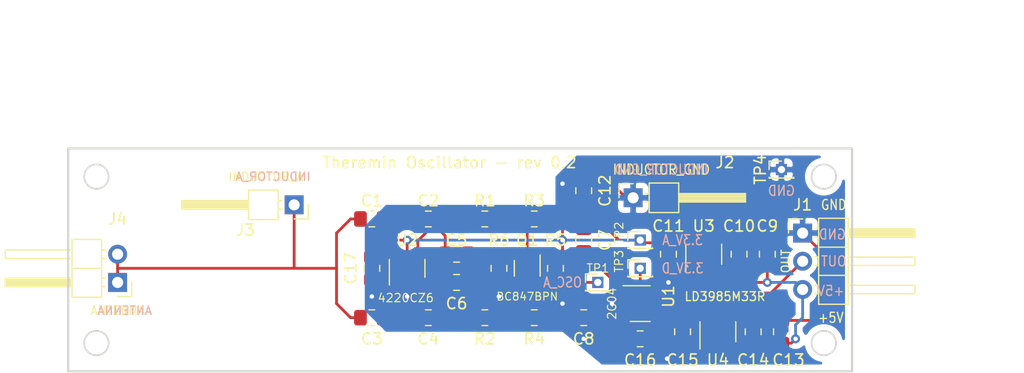
<source format=kicad_pcb>
(kicad_pcb (version 20171130) (host pcbnew "(5.1.4)-1")

  (general
    (thickness 1.6)
    (drawings 28)
    (tracks 183)
    (zones 0)
    (modules 36)
    (nets 21)
  )

  (page A4)
  (title_block
    (title "Theremin Oscillator")
    (date 2020-02-18)
    (rev v0.1)
    (comment 1 "Teensy 4 Theremin Project")
    (comment 2 "(c) Vadim Lopatin 2020")
  )

  (layers
    (0 F.Cu signal)
    (31 B.Cu signal)
    (32 B.Adhes user)
    (33 F.Adhes user)
    (34 B.Paste user)
    (35 F.Paste user)
    (36 B.SilkS user)
    (37 F.SilkS user)
    (38 B.Mask user)
    (39 F.Mask user)
    (40 Dwgs.User user)
    (41 Cmts.User user)
    (42 Eco1.User user)
    (43 Eco2.User user)
    (44 Edge.Cuts user)
    (45 Margin user)
    (46 B.CrtYd user)
    (47 F.CrtYd user)
    (48 B.Fab user hide)
    (49 F.Fab user hide)
  )

  (setup
    (last_trace_width 0.25)
    (trace_clearance 0.2)
    (zone_clearance 0.508)
    (zone_45_only no)
    (trace_min 0.2)
    (via_size 0.8)
    (via_drill 0.4)
    (via_min_size 0.4)
    (via_min_drill 0.3)
    (uvia_size 0.3)
    (uvia_drill 0.1)
    (uvias_allowed no)
    (uvia_min_size 0.2)
    (uvia_min_drill 0.1)
    (edge_width 0.15)
    (segment_width 0.2)
    (pcb_text_width 0.3)
    (pcb_text_size 1.5 1.5)
    (mod_edge_width 0.15)
    (mod_text_size 1 1)
    (mod_text_width 0.15)
    (pad_size 1.524 1.524)
    (pad_drill 0.762)
    (pad_to_mask_clearance 0.051)
    (solder_mask_min_width 0.25)
    (aux_axis_origin 0 0)
    (visible_elements 7FFFFFFF)
    (pcbplotparams
      (layerselection 0x010fc_ffffffff)
      (usegerberextensions true)
      (usegerberattributes false)
      (usegerberadvancedattributes false)
      (creategerberjobfile false)
      (excludeedgelayer true)
      (linewidth 0.100000)
      (plotframeref false)
      (viasonmask false)
      (mode 1)
      (useauxorigin false)
      (hpglpennumber 1)
      (hpglpenspeed 20)
      (hpglpendiameter 15.000000)
      (psnegative false)
      (psa4output false)
      (plotreference true)
      (plotvalue true)
      (plotinvisibletext false)
      (padsonsilk false)
      (subtractmaskfromsilk false)
      (outputformat 1)
      (mirror false)
      (drillshape 0)
      (scaleselection 1)
      (outputdirectory "gerber/"))
  )

  (net 0 "")
  (net 1 GND)
  (net 2 "Net-(U2-Pad6)")
  (net 3 "Net-(C4-Pad2)")
  (net 4 "Net-(C5-Pad1)")
  (net 5 /OSC_OUT)
  (net 6 "Net-(C1-Pad2)")
  (net 7 "Net-(C1-Pad1)")
  (net 8 "Net-(C2-Pad2)")
  (net 9 "Net-(C3-Pad2)")
  (net 10 /5V)
  (net 11 "Net-(C10-Pad1)")
  (net 12 "Net-(C14-Pad1)")
  (net 13 "Net-(Q1-Pad6)")
  (net 14 "Net-(Q1-Pad2)")
  (net 15 "Net-(Q1-Pad5)")
  (net 16 "Net-(Q1-Pad3)")
  (net 17 /3V3_A)
  (net 18 /3V3_D)
  (net 19 "Net-(U1-Pad4)")
  (net 20 "Net-(U2-Pad1)")

  (net_class Default "This is the default net class."
    (clearance 0.2)
    (trace_width 0.25)
    (via_dia 0.8)
    (via_drill 0.4)
    (uvia_dia 0.3)
    (uvia_drill 0.1)
    (add_net /3V3_A)
    (add_net /3V3_D)
    (add_net /5V)
    (add_net /OSC_OUT)
    (add_net GND)
    (add_net "Net-(C1-Pad1)")
    (add_net "Net-(C1-Pad2)")
    (add_net "Net-(C10-Pad1)")
    (add_net "Net-(C14-Pad1)")
    (add_net "Net-(C2-Pad2)")
    (add_net "Net-(C3-Pad2)")
    (add_net "Net-(C4-Pad2)")
    (add_net "Net-(C5-Pad1)")
    (add_net "Net-(Q1-Pad2)")
    (add_net "Net-(Q1-Pad3)")
    (add_net "Net-(Q1-Pad5)")
    (add_net "Net-(Q1-Pad6)")
    (add_net "Net-(U1-Pad4)")
    (add_net "Net-(U2-Pad1)")
    (add_net "Net-(U2-Pad6)")
  )

  (module Connector_PinHeader_1.27mm:PinHeader_1x01_P1.27mm_Vertical (layer F.Cu) (tedit 59FED6E3) (tstamp 5F6BC72D)
    (at 145.415 95.885)
    (descr "Through hole straight pin header, 1x01, 1.27mm pitch, single row")
    (tags "Through hole pin header THT 1x01 1.27mm single row")
    (path /5F8C61CA)
    (fp_text reference TP4 (at -1.905 0 90) (layer F.SilkS)
      (effects (font (size 1 1) (thickness 0.15)))
    )
    (fp_text value GND (at 0 1.695) (layer F.Fab)
      (effects (font (size 1 1) (thickness 0.15)))
    )
    (fp_text user %R (at 0 0 90) (layer F.Fab)
      (effects (font (size 1 1) (thickness 0.15)))
    )
    (fp_line (start 1.55 -1.15) (end -1.55 -1.15) (layer F.CrtYd) (width 0.05))
    (fp_line (start 1.55 1.15) (end 1.55 -1.15) (layer F.CrtYd) (width 0.05))
    (fp_line (start -1.55 1.15) (end 1.55 1.15) (layer F.CrtYd) (width 0.05))
    (fp_line (start -1.55 -1.15) (end -1.55 1.15) (layer F.CrtYd) (width 0.05))
    (fp_line (start -1.11 -0.76) (end 0 -0.76) (layer F.SilkS) (width 0.12))
    (fp_line (start -1.11 0) (end -1.11 -0.76) (layer F.SilkS) (width 0.12))
    (fp_line (start 0.563471 0.76) (end 1.11 0.76) (layer F.SilkS) (width 0.12))
    (fp_line (start -1.11 0.76) (end -0.563471 0.76) (layer F.SilkS) (width 0.12))
    (fp_line (start 1.11 0.76) (end 1.11 0.695) (layer F.SilkS) (width 0.12))
    (fp_line (start -1.11 0.76) (end -1.11 0.695) (layer F.SilkS) (width 0.12))
    (fp_line (start -1.11 0.76) (end 1.11 0.76) (layer F.SilkS) (width 0.12))
    (fp_line (start -1.05 -0.11) (end -0.525 -0.635) (layer F.Fab) (width 0.1))
    (fp_line (start -1.05 0.635) (end -1.05 -0.11) (layer F.Fab) (width 0.1))
    (fp_line (start 1.05 0.635) (end -1.05 0.635) (layer F.Fab) (width 0.1))
    (fp_line (start 1.05 -0.635) (end 1.05 0.635) (layer F.Fab) (width 0.1))
    (fp_line (start -0.525 -0.635) (end 1.05 -0.635) (layer F.Fab) (width 0.1))
    (pad 1 thru_hole rect (at 0 0) (size 1 1) (drill 0.65) (layers *.Cu *.Mask)
      (net 1 GND))
    (model ${KISYS3DMOD}/Connector_PinHeader_1.27mm.3dshapes/PinHeader_1x01_P1.27mm_Vertical.wrl
      (at (xyz 0 0 0))
      (scale (xyz 1 1 1))
      (rotate (xyz 0 0 0))
    )
  )

  (module Connector_PinHeader_1.27mm:PinHeader_1x01_P1.27mm_Vertical (layer F.Cu) (tedit 59FED6E3) (tstamp 5F6BAF62)
    (at 132.715 104.775)
    (descr "Through hole straight pin header, 1x01, 1.27mm pitch, single row")
    (tags "Through hole pin header THT 1x01 1.27mm single row")
    (path /5F8B7C36)
    (fp_text reference TP3 (at -1.905 -0.635 90) (layer F.SilkS)
      (effects (font (size 0.75 0.75) (thickness 0.1)))
    )
    (fp_text value TestPoint (at 0 1.695) (layer F.Fab)
      (effects (font (size 1 1) (thickness 0.15)))
    )
    (fp_text user %R (at 0 0 90) (layer F.Fab)
      (effects (font (size 1 1) (thickness 0.15)))
    )
    (fp_line (start 1.55 -1.15) (end -1.55 -1.15) (layer F.CrtYd) (width 0.05))
    (fp_line (start 1.55 1.15) (end 1.55 -1.15) (layer F.CrtYd) (width 0.05))
    (fp_line (start -1.55 1.15) (end 1.55 1.15) (layer F.CrtYd) (width 0.05))
    (fp_line (start -1.55 -1.15) (end -1.55 1.15) (layer F.CrtYd) (width 0.05))
    (fp_line (start -1.11 -0.76) (end 0 -0.76) (layer F.SilkS) (width 0.12))
    (fp_line (start -1.11 0) (end -1.11 -0.76) (layer F.SilkS) (width 0.12))
    (fp_line (start 0.563471 0.76) (end 1.11 0.76) (layer F.SilkS) (width 0.12))
    (fp_line (start -1.11 0.76) (end -0.563471 0.76) (layer F.SilkS) (width 0.12))
    (fp_line (start 1.11 0.76) (end 1.11 0.695) (layer F.SilkS) (width 0.12))
    (fp_line (start -1.11 0.76) (end -1.11 0.695) (layer F.SilkS) (width 0.12))
    (fp_line (start -1.11 0.76) (end 1.11 0.76) (layer F.SilkS) (width 0.12))
    (fp_line (start -1.05 -0.11) (end -0.525 -0.635) (layer F.Fab) (width 0.1))
    (fp_line (start -1.05 0.635) (end -1.05 -0.11) (layer F.Fab) (width 0.1))
    (fp_line (start 1.05 0.635) (end -1.05 0.635) (layer F.Fab) (width 0.1))
    (fp_line (start 1.05 -0.635) (end 1.05 0.635) (layer F.Fab) (width 0.1))
    (fp_line (start -0.525 -0.635) (end 1.05 -0.635) (layer F.Fab) (width 0.1))
    (pad 1 thru_hole rect (at 0 0) (size 1 1) (drill 0.65) (layers *.Cu *.Mask)
      (net 18 /3V3_D))
    (model ${KISYS3DMOD}/Connector_PinHeader_1.27mm.3dshapes/PinHeader_1x01_P1.27mm_Vertical.wrl
      (at (xyz 0 0 0))
      (scale (xyz 1 1 1))
      (rotate (xyz 0 0 0))
    )
  )

  (module Connector_PinHeader_1.27mm:PinHeader_1x01_P1.27mm_Vertical (layer F.Cu) (tedit 59FED6E3) (tstamp 5F6BAF4C)
    (at 132.715 102.235)
    (descr "Through hole straight pin header, 1x01, 1.27mm pitch, single row")
    (tags "Through hole pin header THT 1x01 1.27mm single row")
    (path /5F8B775A)
    (fp_text reference TP2 (at -1.905 -0.635 90) (layer F.SilkS)
      (effects (font (size 0.75 0.75) (thickness 0.1)))
    )
    (fp_text value 3V3_Analog (at 0 1.695) (layer F.Fab)
      (effects (font (size 1 1) (thickness 0.15)))
    )
    (fp_text user %R (at 0 0 90) (layer F.Fab)
      (effects (font (size 1 1) (thickness 0.15)))
    )
    (fp_line (start 1.55 -1.15) (end -1.55 -1.15) (layer F.CrtYd) (width 0.05))
    (fp_line (start 1.55 1.15) (end 1.55 -1.15) (layer F.CrtYd) (width 0.05))
    (fp_line (start -1.55 1.15) (end 1.55 1.15) (layer F.CrtYd) (width 0.05))
    (fp_line (start -1.55 -1.15) (end -1.55 1.15) (layer F.CrtYd) (width 0.05))
    (fp_line (start -1.11 -0.76) (end 0 -0.76) (layer F.SilkS) (width 0.12))
    (fp_line (start -1.11 0) (end -1.11 -0.76) (layer F.SilkS) (width 0.12))
    (fp_line (start 0.563471 0.76) (end 1.11 0.76) (layer F.SilkS) (width 0.12))
    (fp_line (start -1.11 0.76) (end -0.563471 0.76) (layer F.SilkS) (width 0.12))
    (fp_line (start 1.11 0.76) (end 1.11 0.695) (layer F.SilkS) (width 0.12))
    (fp_line (start -1.11 0.76) (end -1.11 0.695) (layer F.SilkS) (width 0.12))
    (fp_line (start -1.11 0.76) (end 1.11 0.76) (layer F.SilkS) (width 0.12))
    (fp_line (start -1.05 -0.11) (end -0.525 -0.635) (layer F.Fab) (width 0.1))
    (fp_line (start -1.05 0.635) (end -1.05 -0.11) (layer F.Fab) (width 0.1))
    (fp_line (start 1.05 0.635) (end -1.05 0.635) (layer F.Fab) (width 0.1))
    (fp_line (start 1.05 -0.635) (end 1.05 0.635) (layer F.Fab) (width 0.1))
    (fp_line (start -0.525 -0.635) (end 1.05 -0.635) (layer F.Fab) (width 0.1))
    (pad 1 thru_hole rect (at 0 0) (size 1 1) (drill 0.65) (layers *.Cu *.Mask)
      (net 17 /3V3_A))
    (model ${KISYS3DMOD}/Connector_PinHeader_1.27mm.3dshapes/PinHeader_1x01_P1.27mm_Vertical.wrl
      (at (xyz 0 0 0))
      (scale (xyz 1 1 1))
      (rotate (xyz 0 0 0))
    )
  )

  (module Connector_PinHeader_1.27mm:PinHeader_1x01_P1.27mm_Vertical (layer F.Cu) (tedit 59FED6E3) (tstamp 5F6BAF36)
    (at 128.905 106.045)
    (descr "Through hole straight pin header, 1x01, 1.27mm pitch, single row")
    (tags "Through hole pin header THT 1x01 1.27mm single row")
    (path /5F8B2662)
    (fp_text reference TP1 (at 0 -1.27 180) (layer F.SilkS)
      (effects (font (size 0.75 0.75) (thickness 0.1)))
    )
    (fp_text value OSC (at 0 1.695) (layer F.Fab)
      (effects (font (size 1 1) (thickness 0.15)))
    )
    (fp_text user %R (at 0 0 90) (layer F.Fab)
      (effects (font (size 1 1) (thickness 0.15)))
    )
    (fp_line (start 1.55 -1.15) (end -1.55 -1.15) (layer F.CrtYd) (width 0.05))
    (fp_line (start 1.55 1.15) (end 1.55 -1.15) (layer F.CrtYd) (width 0.05))
    (fp_line (start -1.55 1.15) (end 1.55 1.15) (layer F.CrtYd) (width 0.05))
    (fp_line (start -1.55 -1.15) (end -1.55 1.15) (layer F.CrtYd) (width 0.05))
    (fp_line (start -1.11 -0.76) (end 0 -0.76) (layer F.SilkS) (width 0.12))
    (fp_line (start -1.11 0) (end -1.11 -0.76) (layer F.SilkS) (width 0.12))
    (fp_line (start 0.563471 0.76) (end 1.11 0.76) (layer F.SilkS) (width 0.12))
    (fp_line (start -1.11 0.76) (end -0.563471 0.76) (layer F.SilkS) (width 0.12))
    (fp_line (start 1.11 0.76) (end 1.11 0.695) (layer F.SilkS) (width 0.12))
    (fp_line (start -1.11 0.76) (end -1.11 0.695) (layer F.SilkS) (width 0.12))
    (fp_line (start -1.11 0.76) (end 1.11 0.76) (layer F.SilkS) (width 0.12))
    (fp_line (start -1.05 -0.11) (end -0.525 -0.635) (layer F.Fab) (width 0.1))
    (fp_line (start -1.05 0.635) (end -1.05 -0.11) (layer F.Fab) (width 0.1))
    (fp_line (start 1.05 0.635) (end -1.05 0.635) (layer F.Fab) (width 0.1))
    (fp_line (start 1.05 -0.635) (end 1.05 0.635) (layer F.Fab) (width 0.1))
    (fp_line (start -0.525 -0.635) (end 1.05 -0.635) (layer F.Fab) (width 0.1))
    (pad 1 thru_hole rect (at 0 0) (size 1 1) (drill 0.65) (layers *.Cu *.Mask)
      (net 4 "Net-(C5-Pad1)"))
    (model ${KISYS3DMOD}/Connector_PinHeader_1.27mm.3dshapes/PinHeader_1x01_P1.27mm_Vertical.wrl
      (at (xyz 0 0 0))
      (scale (xyz 1 1 1))
      (rotate (xyz 0 0 0))
    )
  )

  (module Connector_PinHeader_2.54mm:PinHeader_1x01_P2.54mm_Horizontal (layer F.Cu) (tedit 59FED5CB) (tstamp 5F6BADD2)
    (at 101.6 99.06 180)
    (descr "Through hole angled pin header, 1x01, 2.54mm pitch, 6mm pin length, single row")
    (tags "Through hole angled pin header THT 1x01 2.54mm single row")
    (path /5D9FD952)
    (fp_text reference J3 (at 4.385 -2.27) (layer F.SilkS)
      (effects (font (size 1 1) (thickness 0.15)))
    )
    (fp_text value INDUCTOR_A (at 4.385 2.27) (layer F.Fab)
      (effects (font (size 1 1) (thickness 0.15)))
    )
    (fp_text user %R (at 2.77 0 90) (layer F.Fab)
      (effects (font (size 1 1) (thickness 0.15)))
    )
    (fp_line (start 10.55 -1.8) (end -1.8 -1.8) (layer F.CrtYd) (width 0.05))
    (fp_line (start 10.55 1.8) (end 10.55 -1.8) (layer F.CrtYd) (width 0.05))
    (fp_line (start -1.8 1.8) (end 10.55 1.8) (layer F.CrtYd) (width 0.05))
    (fp_line (start -1.8 -1.8) (end -1.8 1.8) (layer F.CrtYd) (width 0.05))
    (fp_line (start -1.27 -1.27) (end 0 -1.27) (layer F.SilkS) (width 0.12))
    (fp_line (start -1.27 0) (end -1.27 -1.27) (layer F.SilkS) (width 0.12))
    (fp_line (start 1.11 0.38) (end 1.44 0.38) (layer F.SilkS) (width 0.12))
    (fp_line (start 1.11 -0.38) (end 1.44 -0.38) (layer F.SilkS) (width 0.12))
    (fp_line (start 4.1 0.28) (end 10.1 0.28) (layer F.SilkS) (width 0.12))
    (fp_line (start 4.1 0.16) (end 10.1 0.16) (layer F.SilkS) (width 0.12))
    (fp_line (start 4.1 0.04) (end 10.1 0.04) (layer F.SilkS) (width 0.12))
    (fp_line (start 4.1 -0.08) (end 10.1 -0.08) (layer F.SilkS) (width 0.12))
    (fp_line (start 4.1 -0.2) (end 10.1 -0.2) (layer F.SilkS) (width 0.12))
    (fp_line (start 4.1 -0.32) (end 10.1 -0.32) (layer F.SilkS) (width 0.12))
    (fp_line (start 10.1 0.38) (end 4.1 0.38) (layer F.SilkS) (width 0.12))
    (fp_line (start 10.1 -0.38) (end 10.1 0.38) (layer F.SilkS) (width 0.12))
    (fp_line (start 4.1 -0.38) (end 10.1 -0.38) (layer F.SilkS) (width 0.12))
    (fp_line (start 4.1 -1.33) (end 1.44 -1.33) (layer F.SilkS) (width 0.12))
    (fp_line (start 4.1 1.33) (end 4.1 -1.33) (layer F.SilkS) (width 0.12))
    (fp_line (start 1.44 1.33) (end 4.1 1.33) (layer F.SilkS) (width 0.12))
    (fp_line (start 1.44 -1.33) (end 1.44 1.33) (layer F.SilkS) (width 0.12))
    (fp_line (start 4.04 0.32) (end 10.04 0.32) (layer F.Fab) (width 0.1))
    (fp_line (start 10.04 -0.32) (end 10.04 0.32) (layer F.Fab) (width 0.1))
    (fp_line (start 4.04 -0.32) (end 10.04 -0.32) (layer F.Fab) (width 0.1))
    (fp_line (start -0.32 0.32) (end 1.5 0.32) (layer F.Fab) (width 0.1))
    (fp_line (start -0.32 -0.32) (end -0.32 0.32) (layer F.Fab) (width 0.1))
    (fp_line (start -0.32 -0.32) (end 1.5 -0.32) (layer F.Fab) (width 0.1))
    (fp_line (start 1.5 -0.635) (end 2.135 -1.27) (layer F.Fab) (width 0.1))
    (fp_line (start 1.5 1.27) (end 1.5 -0.635) (layer F.Fab) (width 0.1))
    (fp_line (start 4.04 1.27) (end 1.5 1.27) (layer F.Fab) (width 0.1))
    (fp_line (start 4.04 -1.27) (end 4.04 1.27) (layer F.Fab) (width 0.1))
    (fp_line (start 2.135 -1.27) (end 4.04 -1.27) (layer F.Fab) (width 0.1))
    (pad 1 thru_hole rect (at 0 0 180) (size 1.7 1.7) (drill 1) (layers *.Cu *.Mask)
      (net 7 "Net-(C1-Pad1)"))
    (model ${KISYS3DMOD}/Connector_PinHeader_2.54mm.3dshapes/PinHeader_1x01_P2.54mm_Horizontal.wrl
      (at (xyz 0 0 0))
      (scale (xyz 1 1 1))
      (rotate (xyz 0 0 0))
    )
  )

  (module Connector_PinHeader_2.54mm:PinHeader_1x01_P2.54mm_Horizontal (layer F.Cu) (tedit 59FED5CB) (tstamp 5F6BADAC)
    (at 132.08 98.425)
    (descr "Through hole angled pin header, 1x01, 2.54mm pitch, 6mm pin length, single row")
    (tags "Through hole angled pin header THT 1x01 2.54mm single row")
    (path /5D9FD8BA)
    (fp_text reference J2 (at 8.255 -3.175) (layer F.SilkS)
      (effects (font (size 1 1) (thickness 0.15)))
    )
    (fp_text value INDUCTOR_G (at 4.385 2.27) (layer F.Fab)
      (effects (font (size 1 1) (thickness 0.15)))
    )
    (fp_text user %R (at 2.77 0 90) (layer F.Fab)
      (effects (font (size 1 1) (thickness 0.15)))
    )
    (fp_line (start 10.55 -1.8) (end -1.8 -1.8) (layer F.CrtYd) (width 0.05))
    (fp_line (start 10.55 1.8) (end 10.55 -1.8) (layer F.CrtYd) (width 0.05))
    (fp_line (start -1.8 1.8) (end 10.55 1.8) (layer F.CrtYd) (width 0.05))
    (fp_line (start -1.8 -1.8) (end -1.8 1.8) (layer F.CrtYd) (width 0.05))
    (fp_line (start -1.27 -1.27) (end 0 -1.27) (layer F.SilkS) (width 0.12))
    (fp_line (start -1.27 0) (end -1.27 -1.27) (layer F.SilkS) (width 0.12))
    (fp_line (start 1.11 0.38) (end 1.44 0.38) (layer F.SilkS) (width 0.12))
    (fp_line (start 1.11 -0.38) (end 1.44 -0.38) (layer F.SilkS) (width 0.12))
    (fp_line (start 4.1 0.28) (end 10.1 0.28) (layer F.SilkS) (width 0.12))
    (fp_line (start 4.1 0.16) (end 10.1 0.16) (layer F.SilkS) (width 0.12))
    (fp_line (start 4.1 0.04) (end 10.1 0.04) (layer F.SilkS) (width 0.12))
    (fp_line (start 4.1 -0.08) (end 10.1 -0.08) (layer F.SilkS) (width 0.12))
    (fp_line (start 4.1 -0.2) (end 10.1 -0.2) (layer F.SilkS) (width 0.12))
    (fp_line (start 4.1 -0.32) (end 10.1 -0.32) (layer F.SilkS) (width 0.12))
    (fp_line (start 10.1 0.38) (end 4.1 0.38) (layer F.SilkS) (width 0.12))
    (fp_line (start 10.1 -0.38) (end 10.1 0.38) (layer F.SilkS) (width 0.12))
    (fp_line (start 4.1 -0.38) (end 10.1 -0.38) (layer F.SilkS) (width 0.12))
    (fp_line (start 4.1 -1.33) (end 1.44 -1.33) (layer F.SilkS) (width 0.12))
    (fp_line (start 4.1 1.33) (end 4.1 -1.33) (layer F.SilkS) (width 0.12))
    (fp_line (start 1.44 1.33) (end 4.1 1.33) (layer F.SilkS) (width 0.12))
    (fp_line (start 1.44 -1.33) (end 1.44 1.33) (layer F.SilkS) (width 0.12))
    (fp_line (start 4.04 0.32) (end 10.04 0.32) (layer F.Fab) (width 0.1))
    (fp_line (start 10.04 -0.32) (end 10.04 0.32) (layer F.Fab) (width 0.1))
    (fp_line (start 4.04 -0.32) (end 10.04 -0.32) (layer F.Fab) (width 0.1))
    (fp_line (start -0.32 0.32) (end 1.5 0.32) (layer F.Fab) (width 0.1))
    (fp_line (start -0.32 -0.32) (end -0.32 0.32) (layer F.Fab) (width 0.1))
    (fp_line (start -0.32 -0.32) (end 1.5 -0.32) (layer F.Fab) (width 0.1))
    (fp_line (start 1.5 -0.635) (end 2.135 -1.27) (layer F.Fab) (width 0.1))
    (fp_line (start 1.5 1.27) (end 1.5 -0.635) (layer F.Fab) (width 0.1))
    (fp_line (start 4.04 1.27) (end 1.5 1.27) (layer F.Fab) (width 0.1))
    (fp_line (start 4.04 -1.27) (end 4.04 1.27) (layer F.Fab) (width 0.1))
    (fp_line (start 2.135 -1.27) (end 4.04 -1.27) (layer F.Fab) (width 0.1))
    (pad 1 thru_hole rect (at 0 0) (size 1.7 1.7) (drill 1) (layers *.Cu *.Mask)
      (net 1 GND))
    (model ${KISYS3DMOD}/Connector_PinHeader_2.54mm.3dshapes/PinHeader_1x01_P2.54mm_Horizontal.wrl
      (at (xyz 0 0 0))
      (scale (xyz 1 1 1))
      (rotate (xyz 0 0 0))
    )
  )

  (module Connector_PinHeader_2.54mm:PinHeader_1x02_P2.54mm_Horizontal (layer F.Cu) (tedit 59FED5CB) (tstamp 5F6B338D)
    (at 85.725 106.045 180)
    (descr "Through hole angled pin header, 1x02, 2.54mm pitch, 6mm pin length, single row")
    (tags "Through hole angled pin header THT 1x02 2.54mm single row")
    (path /5D9FD990)
    (fp_text reference J4 (at 0 5.715) (layer F.SilkS)
      (effects (font (size 1 1) (thickness 0.15)))
    )
    (fp_text value ANTENNA (at 4.385 4.81) (layer F.Fab)
      (effects (font (size 1 1) (thickness 0.15)))
    )
    (fp_text user %R (at 2.77 1.27 90) (layer F.Fab)
      (effects (font (size 1 1) (thickness 0.15)))
    )
    (fp_line (start 10.55 -1.8) (end -1.8 -1.8) (layer F.CrtYd) (width 0.05))
    (fp_line (start 10.55 4.35) (end 10.55 -1.8) (layer F.CrtYd) (width 0.05))
    (fp_line (start -1.8 4.35) (end 10.55 4.35) (layer F.CrtYd) (width 0.05))
    (fp_line (start -1.8 -1.8) (end -1.8 4.35) (layer F.CrtYd) (width 0.05))
    (fp_line (start -1.27 -1.27) (end 0 -1.27) (layer F.SilkS) (width 0.12))
    (fp_line (start -1.27 0) (end -1.27 -1.27) (layer F.SilkS) (width 0.12))
    (fp_line (start 1.042929 2.92) (end 1.44 2.92) (layer F.SilkS) (width 0.12))
    (fp_line (start 1.042929 2.16) (end 1.44 2.16) (layer F.SilkS) (width 0.12))
    (fp_line (start 10.1 2.92) (end 4.1 2.92) (layer F.SilkS) (width 0.12))
    (fp_line (start 10.1 2.16) (end 10.1 2.92) (layer F.SilkS) (width 0.12))
    (fp_line (start 4.1 2.16) (end 10.1 2.16) (layer F.SilkS) (width 0.12))
    (fp_line (start 1.44 1.27) (end 4.1 1.27) (layer F.SilkS) (width 0.12))
    (fp_line (start 1.11 0.38) (end 1.44 0.38) (layer F.SilkS) (width 0.12))
    (fp_line (start 1.11 -0.38) (end 1.44 -0.38) (layer F.SilkS) (width 0.12))
    (fp_line (start 4.1 0.28) (end 10.1 0.28) (layer F.SilkS) (width 0.12))
    (fp_line (start 4.1 0.16) (end 10.1 0.16) (layer F.SilkS) (width 0.12))
    (fp_line (start 4.1 0.04) (end 10.1 0.04) (layer F.SilkS) (width 0.12))
    (fp_line (start 4.1 -0.08) (end 10.1 -0.08) (layer F.SilkS) (width 0.12))
    (fp_line (start 4.1 -0.2) (end 10.1 -0.2) (layer F.SilkS) (width 0.12))
    (fp_line (start 4.1 -0.32) (end 10.1 -0.32) (layer F.SilkS) (width 0.12))
    (fp_line (start 10.1 0.38) (end 4.1 0.38) (layer F.SilkS) (width 0.12))
    (fp_line (start 10.1 -0.38) (end 10.1 0.38) (layer F.SilkS) (width 0.12))
    (fp_line (start 4.1 -0.38) (end 10.1 -0.38) (layer F.SilkS) (width 0.12))
    (fp_line (start 4.1 -1.33) (end 1.44 -1.33) (layer F.SilkS) (width 0.12))
    (fp_line (start 4.1 3.87) (end 4.1 -1.33) (layer F.SilkS) (width 0.12))
    (fp_line (start 1.44 3.87) (end 4.1 3.87) (layer F.SilkS) (width 0.12))
    (fp_line (start 1.44 -1.33) (end 1.44 3.87) (layer F.SilkS) (width 0.12))
    (fp_line (start 4.04 2.86) (end 10.04 2.86) (layer F.Fab) (width 0.1))
    (fp_line (start 10.04 2.22) (end 10.04 2.86) (layer F.Fab) (width 0.1))
    (fp_line (start 4.04 2.22) (end 10.04 2.22) (layer F.Fab) (width 0.1))
    (fp_line (start -0.32 2.86) (end 1.5 2.86) (layer F.Fab) (width 0.1))
    (fp_line (start -0.32 2.22) (end -0.32 2.86) (layer F.Fab) (width 0.1))
    (fp_line (start -0.32 2.22) (end 1.5 2.22) (layer F.Fab) (width 0.1))
    (fp_line (start 4.04 0.32) (end 10.04 0.32) (layer F.Fab) (width 0.1))
    (fp_line (start 10.04 -0.32) (end 10.04 0.32) (layer F.Fab) (width 0.1))
    (fp_line (start 4.04 -0.32) (end 10.04 -0.32) (layer F.Fab) (width 0.1))
    (fp_line (start -0.32 0.32) (end 1.5 0.32) (layer F.Fab) (width 0.1))
    (fp_line (start -0.32 -0.32) (end -0.32 0.32) (layer F.Fab) (width 0.1))
    (fp_line (start -0.32 -0.32) (end 1.5 -0.32) (layer F.Fab) (width 0.1))
    (fp_line (start 1.5 -0.635) (end 2.135 -1.27) (layer F.Fab) (width 0.1))
    (fp_line (start 1.5 3.81) (end 1.5 -0.635) (layer F.Fab) (width 0.1))
    (fp_line (start 4.04 3.81) (end 1.5 3.81) (layer F.Fab) (width 0.1))
    (fp_line (start 4.04 -1.27) (end 4.04 3.81) (layer F.Fab) (width 0.1))
    (fp_line (start 2.135 -1.27) (end 4.04 -1.27) (layer F.Fab) (width 0.1))
    (pad 2 thru_hole oval (at 0 2.54 180) (size 1.7 1.7) (drill 1) (layers *.Cu *.Mask)
      (net 7 "Net-(C1-Pad1)"))
    (pad 1 thru_hole rect (at 0 0 180) (size 1.7 1.7) (drill 1) (layers *.Cu *.Mask)
      (net 7 "Net-(C1-Pad1)"))
    (model ${KISYS3DMOD}/Connector_PinHeader_2.54mm.3dshapes/PinHeader_1x02_P2.54mm_Horizontal.wrl
      (at (xyz 0 0 0))
      (scale (xyz 1 1 1))
      (rotate (xyz 0 0 0))
    )
  )

  (module Capacitor_SMD:C_0805_2012Metric_Pad1.15x1.40mm_HandSolder (layer F.Cu) (tedit 5B36C52B) (tstamp 5F6B328C)
    (at 108.585 104.775 270)
    (descr "Capacitor SMD 0805 (2012 Metric), square (rectangular) end terminal, IPC_7351 nominal with elongated pad for handsoldering. (Body size source: https://docs.google.com/spreadsheets/d/1BsfQQcO9C6DZCsRaXUlFlo91Tg2WpOkGARC1WS5S8t0/edit?usp=sharing), generated with kicad-footprint-generator")
    (tags "capacitor handsolder")
    (path /5DF1ED56)
    (attr smd)
    (fp_text reference C17 (at 0 1.905 90) (layer F.SilkS)
      (effects (font (size 1 1) (thickness 0.15)))
    )
    (fp_text value 0.22uF (at 0 1.65 90) (layer F.Fab)
      (effects (font (size 1 1) (thickness 0.15)))
    )
    (fp_text user %R (at 0 0 90) (layer F.Fab)
      (effects (font (size 0.5 0.5) (thickness 0.08)))
    )
    (fp_line (start 1.85 0.95) (end -1.85 0.95) (layer F.CrtYd) (width 0.05))
    (fp_line (start 1.85 -0.95) (end 1.85 0.95) (layer F.CrtYd) (width 0.05))
    (fp_line (start -1.85 -0.95) (end 1.85 -0.95) (layer F.CrtYd) (width 0.05))
    (fp_line (start -1.85 0.95) (end -1.85 -0.95) (layer F.CrtYd) (width 0.05))
    (fp_line (start -0.261252 0.71) (end 0.261252 0.71) (layer F.SilkS) (width 0.12))
    (fp_line (start -0.261252 -0.71) (end 0.261252 -0.71) (layer F.SilkS) (width 0.12))
    (fp_line (start 1 0.6) (end -1 0.6) (layer F.Fab) (width 0.1))
    (fp_line (start 1 -0.6) (end 1 0.6) (layer F.Fab) (width 0.1))
    (fp_line (start -1 -0.6) (end 1 -0.6) (layer F.Fab) (width 0.1))
    (fp_line (start -1 0.6) (end -1 -0.6) (layer F.Fab) (width 0.1))
    (pad 2 smd roundrect (at 1.025 0 270) (size 1.15 1.4) (layers F.Cu F.Paste F.Mask) (roundrect_rratio 0.217391)
      (net 1 GND))
    (pad 1 smd roundrect (at -1.025 0 270) (size 1.15 1.4) (layers F.Cu F.Paste F.Mask) (roundrect_rratio 0.217391)
      (net 17 /3V3_A))
    (model ${KISYS3DMOD}/Capacitor_SMD.3dshapes/C_0805_2012Metric.wrl
      (at (xyz 0 0 0))
      (scale (xyz 1 1 1))
      (rotate (xyz 0 0 0))
    )
  )

  (module Package_TO_SOT_SMD:SOT-23-5 (layer F.Cu) (tedit 5A02FF57) (tstamp 5F6AED4E)
    (at 139.7 110.49 90)
    (descr "5-pin SOT23 package")
    (tags SOT-23-5)
    (path /5F77DF78)
    (attr smd)
    (fp_text reference U4 (at -2.54 0 180) (layer F.SilkS)
      (effects (font (size 1 1) (thickness 0.15)))
    )
    (fp_text value LD3985M33R_SOT23 (at 0 2.9 90) (layer F.Fab)
      (effects (font (size 1 1) (thickness 0.15)))
    )
    (fp_line (start 0.9 -1.55) (end 0.9 1.55) (layer F.Fab) (width 0.1))
    (fp_line (start 0.9 1.55) (end -0.9 1.55) (layer F.Fab) (width 0.1))
    (fp_line (start -0.9 -0.9) (end -0.9 1.55) (layer F.Fab) (width 0.1))
    (fp_line (start 0.9 -1.55) (end -0.25 -1.55) (layer F.Fab) (width 0.1))
    (fp_line (start -0.9 -0.9) (end -0.25 -1.55) (layer F.Fab) (width 0.1))
    (fp_line (start -1.9 1.8) (end -1.9 -1.8) (layer F.CrtYd) (width 0.05))
    (fp_line (start 1.9 1.8) (end -1.9 1.8) (layer F.CrtYd) (width 0.05))
    (fp_line (start 1.9 -1.8) (end 1.9 1.8) (layer F.CrtYd) (width 0.05))
    (fp_line (start -1.9 -1.8) (end 1.9 -1.8) (layer F.CrtYd) (width 0.05))
    (fp_line (start 0.9 -1.61) (end -1.55 -1.61) (layer F.SilkS) (width 0.12))
    (fp_line (start -0.9 1.61) (end 0.9 1.61) (layer F.SilkS) (width 0.12))
    (fp_text user %R (at 0 0) (layer F.Fab)
      (effects (font (size 0.5 0.5) (thickness 0.075)))
    )
    (pad 5 smd rect (at 1.1 -0.95 90) (size 1.06 0.65) (layers F.Cu F.Paste F.Mask)
      (net 18 /3V3_D))
    (pad 4 smd rect (at 1.1 0.95 90) (size 1.06 0.65) (layers F.Cu F.Paste F.Mask)
      (net 12 "Net-(C14-Pad1)"))
    (pad 3 smd rect (at -1.1 0.95 90) (size 1.06 0.65) (layers F.Cu F.Paste F.Mask)
      (net 10 /5V))
    (pad 2 smd rect (at -1.1 0 90) (size 1.06 0.65) (layers F.Cu F.Paste F.Mask)
      (net 1 GND))
    (pad 1 smd rect (at -1.1 -0.95 90) (size 1.06 0.65) (layers F.Cu F.Paste F.Mask)
      (net 10 /5V))
    (model ${KISYS3DMOD}/Package_TO_SOT_SMD.3dshapes/SOT-23-5.wrl
      (at (xyz 0 0 0))
      (scale (xyz 1 1 1))
      (rotate (xyz 0 0 0))
    )
  )

  (module Package_TO_SOT_SMD:SOT-23-5 (layer F.Cu) (tedit 5A02FF57) (tstamp 5F6AED39)
    (at 138.43 103.505 90)
    (descr "5-pin SOT23 package")
    (tags SOT-23-5)
    (path /5F6A75CD)
    (attr smd)
    (fp_text reference U3 (at 2.54 0 180) (layer F.SilkS)
      (effects (font (size 1 1) (thickness 0.15)))
    )
    (fp_text value LD3985M33R_SOT23 (at 0 2.9 90) (layer F.Fab)
      (effects (font (size 1 1) (thickness 0.15)))
    )
    (fp_line (start 0.9 -1.55) (end 0.9 1.55) (layer F.Fab) (width 0.1))
    (fp_line (start 0.9 1.55) (end -0.9 1.55) (layer F.Fab) (width 0.1))
    (fp_line (start -0.9 -0.9) (end -0.9 1.55) (layer F.Fab) (width 0.1))
    (fp_line (start 0.9 -1.55) (end -0.25 -1.55) (layer F.Fab) (width 0.1))
    (fp_line (start -0.9 -0.9) (end -0.25 -1.55) (layer F.Fab) (width 0.1))
    (fp_line (start -1.9 1.8) (end -1.9 -1.8) (layer F.CrtYd) (width 0.05))
    (fp_line (start 1.9 1.8) (end -1.9 1.8) (layer F.CrtYd) (width 0.05))
    (fp_line (start 1.9 -1.8) (end 1.9 1.8) (layer F.CrtYd) (width 0.05))
    (fp_line (start -1.9 -1.8) (end 1.9 -1.8) (layer F.CrtYd) (width 0.05))
    (fp_line (start 0.9 -1.61) (end -1.55 -1.61) (layer F.SilkS) (width 0.12))
    (fp_line (start -0.9 1.61) (end 0.9 1.61) (layer F.SilkS) (width 0.12))
    (fp_text user %R (at 0 0) (layer F.Fab)
      (effects (font (size 0.5 0.5) (thickness 0.075)))
    )
    (pad 5 smd rect (at 1.1 -0.95 90) (size 1.06 0.65) (layers F.Cu F.Paste F.Mask)
      (net 17 /3V3_A))
    (pad 4 smd rect (at 1.1 0.95 90) (size 1.06 0.65) (layers F.Cu F.Paste F.Mask)
      (net 11 "Net-(C10-Pad1)"))
    (pad 3 smd rect (at -1.1 0.95 90) (size 1.06 0.65) (layers F.Cu F.Paste F.Mask)
      (net 10 /5V))
    (pad 2 smd rect (at -1.1 0 90) (size 1.06 0.65) (layers F.Cu F.Paste F.Mask)
      (net 1 GND))
    (pad 1 smd rect (at -1.1 -0.95 90) (size 1.06 0.65) (layers F.Cu F.Paste F.Mask)
      (net 10 /5V))
    (model ${KISYS3DMOD}/Package_TO_SOT_SMD.3dshapes/SOT-23-5.wrl
      (at (xyz 0 0 0))
      (scale (xyz 1 1 1))
      (rotate (xyz 0 0 0))
    )
  )

  (module Resistor_SMD:R_0805_2012Metric_Pad1.15x1.40mm_HandSolder (layer F.Cu) (tedit 5B36C52B) (tstamp 5F6B3CE6)
    (at 120.015 104.775 90)
    (descr "Resistor SMD 0805 (2012 Metric), square (rectangular) end terminal, IPC_7351 nominal with elongated pad for handsoldering. (Body size source: https://docs.google.com/spreadsheets/d/1BsfQQcO9C6DZCsRaXUlFlo91Tg2WpOkGARC1WS5S8t0/edit?usp=sharing), generated with kicad-footprint-generator")
    (tags "resistor handsolder")
    (path /5F6C9D68)
    (attr smd)
    (fp_text reference R6 (at 2.54 0 180) (layer F.SilkS)
      (effects (font (size 1 1) (thickness 0.15)))
    )
    (fp_text value 47 (at 0 1.65 90) (layer F.Fab)
      (effects (font (size 1 1) (thickness 0.15)))
    )
    (fp_text user %R (at 0 0 90) (layer F.Fab)
      (effects (font (size 0.5 0.5) (thickness 0.08)))
    )
    (fp_line (start 1.85 0.95) (end -1.85 0.95) (layer F.CrtYd) (width 0.05))
    (fp_line (start 1.85 -0.95) (end 1.85 0.95) (layer F.CrtYd) (width 0.05))
    (fp_line (start -1.85 -0.95) (end 1.85 -0.95) (layer F.CrtYd) (width 0.05))
    (fp_line (start -1.85 0.95) (end -1.85 -0.95) (layer F.CrtYd) (width 0.05))
    (fp_line (start -0.261252 0.71) (end 0.261252 0.71) (layer F.SilkS) (width 0.12))
    (fp_line (start -0.261252 -0.71) (end 0.261252 -0.71) (layer F.SilkS) (width 0.12))
    (fp_line (start 1 0.6) (end -1 0.6) (layer F.Fab) (width 0.1))
    (fp_line (start 1 -0.6) (end 1 0.6) (layer F.Fab) (width 0.1))
    (fp_line (start -1 -0.6) (end 1 -0.6) (layer F.Fab) (width 0.1))
    (fp_line (start -1 0.6) (end -1 -0.6) (layer F.Fab) (width 0.1))
    (pad 2 smd roundrect (at 1.025 0 90) (size 1.15 1.4) (layers F.Cu F.Paste F.Mask) (roundrect_rratio 0.217391)
      (net 16 "Net-(Q1-Pad3)"))
    (pad 1 smd roundrect (at -1.025 0 90) (size 1.15 1.4) (layers F.Cu F.Paste F.Mask) (roundrect_rratio 0.217391)
      (net 1 GND))
    (model ${KISYS3DMOD}/Resistor_SMD.3dshapes/R_0805_2012Metric.wrl
      (at (xyz 0 0 0))
      (scale (xyz 1 1 1))
      (rotate (xyz 0 0 0))
    )
  )

  (module Resistor_SMD:R_0805_2012Metric_Pad1.15x1.40mm_HandSolder (layer F.Cu) (tedit 5B36C52B) (tstamp 5F6AEC6B)
    (at 125.095 104.775 90)
    (descr "Resistor SMD 0805 (2012 Metric), square (rectangular) end terminal, IPC_7351 nominal with elongated pad for handsoldering. (Body size source: https://docs.google.com/spreadsheets/d/1BsfQQcO9C6DZCsRaXUlFlo91Tg2WpOkGARC1WS5S8t0/edit?usp=sharing), generated with kicad-footprint-generator")
    (tags "resistor handsolder")
    (path /5F6BCBBB)
    (attr smd)
    (fp_text reference R5 (at 2.54 0 180) (layer F.SilkS)
      (effects (font (size 1 1) (thickness 0.15)))
    )
    (fp_text value 47 (at 0 1.65 90) (layer F.Fab)
      (effects (font (size 1 1) (thickness 0.15)))
    )
    (fp_text user %R (at 0 0 90) (layer F.Fab)
      (effects (font (size 0.5 0.5) (thickness 0.08)))
    )
    (fp_line (start 1.85 0.95) (end -1.85 0.95) (layer F.CrtYd) (width 0.05))
    (fp_line (start 1.85 -0.95) (end 1.85 0.95) (layer F.CrtYd) (width 0.05))
    (fp_line (start -1.85 -0.95) (end 1.85 -0.95) (layer F.CrtYd) (width 0.05))
    (fp_line (start -1.85 0.95) (end -1.85 -0.95) (layer F.CrtYd) (width 0.05))
    (fp_line (start -0.261252 0.71) (end 0.261252 0.71) (layer F.SilkS) (width 0.12))
    (fp_line (start -0.261252 -0.71) (end 0.261252 -0.71) (layer F.SilkS) (width 0.12))
    (fp_line (start 1 0.6) (end -1 0.6) (layer F.Fab) (width 0.1))
    (fp_line (start 1 -0.6) (end 1 0.6) (layer F.Fab) (width 0.1))
    (fp_line (start -1 -0.6) (end 1 -0.6) (layer F.Fab) (width 0.1))
    (fp_line (start -1 0.6) (end -1 -0.6) (layer F.Fab) (width 0.1))
    (pad 2 smd roundrect (at 1.025 0 90) (size 1.15 1.4) (layers F.Cu F.Paste F.Mask) (roundrect_rratio 0.217391)
      (net 17 /3V3_A))
    (pad 1 smd roundrect (at -1.025 0 90) (size 1.15 1.4) (layers F.Cu F.Paste F.Mask) (roundrect_rratio 0.217391)
      (net 13 "Net-(Q1-Pad6)"))
    (model ${KISYS3DMOD}/Resistor_SMD.3dshapes/R_0805_2012Metric.wrl
      (at (xyz 0 0 0))
      (scale (xyz 1 1 1))
      (rotate (xyz 0 0 0))
    )
  )

  (module Resistor_SMD:R_0805_2012Metric_Pad1.15x1.40mm_HandSolder (layer F.Cu) (tedit 5B36C52B) (tstamp 5F6AEC5A)
    (at 123.19 109.22 180)
    (descr "Resistor SMD 0805 (2012 Metric), square (rectangular) end terminal, IPC_7351 nominal with elongated pad for handsoldering. (Body size source: https://docs.google.com/spreadsheets/d/1BsfQQcO9C6DZCsRaXUlFlo91Tg2WpOkGARC1WS5S8t0/edit?usp=sharing), generated with kicad-footprint-generator")
    (tags "resistor handsolder")
    (path /5F6CA213)
    (attr smd)
    (fp_text reference R4 (at 0 -1.905) (layer F.SilkS)
      (effects (font (size 1 1) (thickness 0.15)))
    )
    (fp_text value 120K (at 0 1.65) (layer F.Fab)
      (effects (font (size 1 1) (thickness 0.15)))
    )
    (fp_text user %R (at 0 0) (layer F.Fab)
      (effects (font (size 0.5 0.5) (thickness 0.08)))
    )
    (fp_line (start 1.85 0.95) (end -1.85 0.95) (layer F.CrtYd) (width 0.05))
    (fp_line (start 1.85 -0.95) (end 1.85 0.95) (layer F.CrtYd) (width 0.05))
    (fp_line (start -1.85 -0.95) (end 1.85 -0.95) (layer F.CrtYd) (width 0.05))
    (fp_line (start -1.85 0.95) (end -1.85 -0.95) (layer F.CrtYd) (width 0.05))
    (fp_line (start -0.261252 0.71) (end 0.261252 0.71) (layer F.SilkS) (width 0.12))
    (fp_line (start -0.261252 -0.71) (end 0.261252 -0.71) (layer F.SilkS) (width 0.12))
    (fp_line (start 1 0.6) (end -1 0.6) (layer F.Fab) (width 0.1))
    (fp_line (start 1 -0.6) (end 1 0.6) (layer F.Fab) (width 0.1))
    (fp_line (start -1 -0.6) (end 1 -0.6) (layer F.Fab) (width 0.1))
    (fp_line (start -1 0.6) (end -1 -0.6) (layer F.Fab) (width 0.1))
    (pad 2 smd roundrect (at 1.025 0 180) (size 1.15 1.4) (layers F.Cu F.Paste F.Mask) (roundrect_rratio 0.217391)
      (net 15 "Net-(Q1-Pad5)"))
    (pad 1 smd roundrect (at -1.025 0 180) (size 1.15 1.4) (layers F.Cu F.Paste F.Mask) (roundrect_rratio 0.217391)
      (net 1 GND))
    (model ${KISYS3DMOD}/Resistor_SMD.3dshapes/R_0805_2012Metric.wrl
      (at (xyz 0 0 0))
      (scale (xyz 1 1 1))
      (rotate (xyz 0 0 0))
    )
  )

  (module Resistor_SMD:R_0805_2012Metric_Pad1.15x1.40mm_HandSolder (layer F.Cu) (tedit 5B36C52B) (tstamp 5F6AEC49)
    (at 123.19 100.33)
    (descr "Resistor SMD 0805 (2012 Metric), square (rectangular) end terminal, IPC_7351 nominal with elongated pad for handsoldering. (Body size source: https://docs.google.com/spreadsheets/d/1BsfQQcO9C6DZCsRaXUlFlo91Tg2WpOkGARC1WS5S8t0/edit?usp=sharing), generated with kicad-footprint-generator")
    (tags "resistor handsolder")
    (path /5F6CA9A1)
    (attr smd)
    (fp_text reference R3 (at 0 -1.65) (layer F.SilkS)
      (effects (font (size 1 1) (thickness 0.15)))
    )
    (fp_text value 120K (at 0 1.65) (layer F.Fab)
      (effects (font (size 1 1) (thickness 0.15)))
    )
    (fp_text user %R (at 0 0) (layer F.Fab)
      (effects (font (size 0.5 0.5) (thickness 0.08)))
    )
    (fp_line (start 1.85 0.95) (end -1.85 0.95) (layer F.CrtYd) (width 0.05))
    (fp_line (start 1.85 -0.95) (end 1.85 0.95) (layer F.CrtYd) (width 0.05))
    (fp_line (start -1.85 -0.95) (end 1.85 -0.95) (layer F.CrtYd) (width 0.05))
    (fp_line (start -1.85 0.95) (end -1.85 -0.95) (layer F.CrtYd) (width 0.05))
    (fp_line (start -0.261252 0.71) (end 0.261252 0.71) (layer F.SilkS) (width 0.12))
    (fp_line (start -0.261252 -0.71) (end 0.261252 -0.71) (layer F.SilkS) (width 0.12))
    (fp_line (start 1 0.6) (end -1 0.6) (layer F.Fab) (width 0.1))
    (fp_line (start 1 -0.6) (end 1 0.6) (layer F.Fab) (width 0.1))
    (fp_line (start -1 -0.6) (end 1 -0.6) (layer F.Fab) (width 0.1))
    (fp_line (start -1 0.6) (end -1 -0.6) (layer F.Fab) (width 0.1))
    (pad 2 smd roundrect (at 1.025 0) (size 1.15 1.4) (layers F.Cu F.Paste F.Mask) (roundrect_rratio 0.217391)
      (net 17 /3V3_A))
    (pad 1 smd roundrect (at -1.025 0) (size 1.15 1.4) (layers F.Cu F.Paste F.Mask) (roundrect_rratio 0.217391)
      (net 14 "Net-(Q1-Pad2)"))
    (model ${KISYS3DMOD}/Resistor_SMD.3dshapes/R_0805_2012Metric.wrl
      (at (xyz 0 0 0))
      (scale (xyz 1 1 1))
      (rotate (xyz 0 0 0))
    )
  )

  (module Resistor_SMD:R_0805_2012Metric_Pad1.15x1.40mm_HandSolder (layer F.Cu) (tedit 5B36C52B) (tstamp 5F6AEC38)
    (at 118.745 109.22)
    (descr "Resistor SMD 0805 (2012 Metric), square (rectangular) end terminal, IPC_7351 nominal with elongated pad for handsoldering. (Body size source: https://docs.google.com/spreadsheets/d/1BsfQQcO9C6DZCsRaXUlFlo91Tg2WpOkGARC1WS5S8t0/edit?usp=sharing), generated with kicad-footprint-generator")
    (tags "resistor handsolder")
    (path /5F6CEB7C)
    (attr smd)
    (fp_text reference R2 (at 0 1.905) (layer F.SilkS)
      (effects (font (size 1 1) (thickness 0.15)))
    )
    (fp_text value 1K (at 0 1.65) (layer F.Fab)
      (effects (font (size 1 1) (thickness 0.15)))
    )
    (fp_text user %R (at 0 0) (layer F.Fab)
      (effects (font (size 0.5 0.5) (thickness 0.08)))
    )
    (fp_line (start 1.85 0.95) (end -1.85 0.95) (layer F.CrtYd) (width 0.05))
    (fp_line (start 1.85 -0.95) (end 1.85 0.95) (layer F.CrtYd) (width 0.05))
    (fp_line (start -1.85 -0.95) (end 1.85 -0.95) (layer F.CrtYd) (width 0.05))
    (fp_line (start -1.85 0.95) (end -1.85 -0.95) (layer F.CrtYd) (width 0.05))
    (fp_line (start -0.261252 0.71) (end 0.261252 0.71) (layer F.SilkS) (width 0.12))
    (fp_line (start -0.261252 -0.71) (end 0.261252 -0.71) (layer F.SilkS) (width 0.12))
    (fp_line (start 1 0.6) (end -1 0.6) (layer F.Fab) (width 0.1))
    (fp_line (start 1 -0.6) (end 1 0.6) (layer F.Fab) (width 0.1))
    (fp_line (start -1 -0.6) (end 1 -0.6) (layer F.Fab) (width 0.1))
    (fp_line (start -1 0.6) (end -1 -0.6) (layer F.Fab) (width 0.1))
    (pad 2 smd roundrect (at 1.025 0) (size 1.15 1.4) (layers F.Cu F.Paste F.Mask) (roundrect_rratio 0.217391)
      (net 15 "Net-(Q1-Pad5)"))
    (pad 1 smd roundrect (at -1.025 0) (size 1.15 1.4) (layers F.Cu F.Paste F.Mask) (roundrect_rratio 0.217391)
      (net 3 "Net-(C4-Pad2)"))
    (model ${KISYS3DMOD}/Resistor_SMD.3dshapes/R_0805_2012Metric.wrl
      (at (xyz 0 0 0))
      (scale (xyz 1 1 1))
      (rotate (xyz 0 0 0))
    )
  )

  (module Resistor_SMD:R_0805_2012Metric_Pad1.15x1.40mm_HandSolder (layer F.Cu) (tedit 5B36C52B) (tstamp 5F6AEC27)
    (at 118.745 100.33)
    (descr "Resistor SMD 0805 (2012 Metric), square (rectangular) end terminal, IPC_7351 nominal with elongated pad for handsoldering. (Body size source: https://docs.google.com/spreadsheets/d/1BsfQQcO9C6DZCsRaXUlFlo91Tg2WpOkGARC1WS5S8t0/edit?usp=sharing), generated with kicad-footprint-generator")
    (tags "resistor handsolder")
    (path /5F6CE438)
    (attr smd)
    (fp_text reference R1 (at 0 -1.65) (layer F.SilkS)
      (effects (font (size 1 1) (thickness 0.15)))
    )
    (fp_text value 1K (at 0 1.65) (layer F.Fab)
      (effects (font (size 1 1) (thickness 0.15)))
    )
    (fp_text user %R (at 0 0) (layer F.Fab)
      (effects (font (size 0.5 0.5) (thickness 0.08)))
    )
    (fp_line (start 1.85 0.95) (end -1.85 0.95) (layer F.CrtYd) (width 0.05))
    (fp_line (start 1.85 -0.95) (end 1.85 0.95) (layer F.CrtYd) (width 0.05))
    (fp_line (start -1.85 -0.95) (end 1.85 -0.95) (layer F.CrtYd) (width 0.05))
    (fp_line (start -1.85 0.95) (end -1.85 -0.95) (layer F.CrtYd) (width 0.05))
    (fp_line (start -0.261252 0.71) (end 0.261252 0.71) (layer F.SilkS) (width 0.12))
    (fp_line (start -0.261252 -0.71) (end 0.261252 -0.71) (layer F.SilkS) (width 0.12))
    (fp_line (start 1 0.6) (end -1 0.6) (layer F.Fab) (width 0.1))
    (fp_line (start 1 -0.6) (end 1 0.6) (layer F.Fab) (width 0.1))
    (fp_line (start -1 -0.6) (end 1 -0.6) (layer F.Fab) (width 0.1))
    (fp_line (start -1 0.6) (end -1 -0.6) (layer F.Fab) (width 0.1))
    (pad 2 smd roundrect (at 1.025 0) (size 1.15 1.4) (layers F.Cu F.Paste F.Mask) (roundrect_rratio 0.217391)
      (net 14 "Net-(Q1-Pad2)"))
    (pad 1 smd roundrect (at -1.025 0) (size 1.15 1.4) (layers F.Cu F.Paste F.Mask) (roundrect_rratio 0.217391)
      (net 8 "Net-(C2-Pad2)"))
    (model ${KISYS3DMOD}/Resistor_SMD.3dshapes/R_0805_2012Metric.wrl
      (at (xyz 0 0 0))
      (scale (xyz 1 1 1))
      (rotate (xyz 0 0 0))
    )
  )

  (module Package_TO_SOT_SMD:SOT-363_SC-70-6 (layer F.Cu) (tedit 5A02FF57) (tstamp 5F6AEC16)
    (at 122.555 104.775 270)
    (descr "SOT-363, SC-70-6")
    (tags "SOT-363 SC-70-6")
    (path /5F6A5C6C)
    (attr smd)
    (fp_text reference Q1 (at -2.54 0 180) (layer F.SilkS)
      (effects (font (size 1 1) (thickness 0.15)))
    )
    (fp_text value BC847BPN (at 2.54 0) (layer F.SilkS)
      (effects (font (size 0.7 0.7) (thickness 0.1)))
    )
    (fp_line (start -0.175 -1.1) (end -0.675 -0.6) (layer F.Fab) (width 0.1))
    (fp_line (start 0.675 1.1) (end -0.675 1.1) (layer F.Fab) (width 0.1))
    (fp_line (start 0.675 -1.1) (end 0.675 1.1) (layer F.Fab) (width 0.1))
    (fp_line (start -1.6 1.4) (end 1.6 1.4) (layer F.CrtYd) (width 0.05))
    (fp_line (start -0.675 -0.6) (end -0.675 1.1) (layer F.Fab) (width 0.1))
    (fp_line (start 0.675 -1.1) (end -0.175 -1.1) (layer F.Fab) (width 0.1))
    (fp_line (start -1.6 -1.4) (end 1.6 -1.4) (layer F.CrtYd) (width 0.05))
    (fp_line (start -1.6 -1.4) (end -1.6 1.4) (layer F.CrtYd) (width 0.05))
    (fp_line (start 1.6 1.4) (end 1.6 -1.4) (layer F.CrtYd) (width 0.05))
    (fp_line (start -0.7 1.16) (end 0.7 1.16) (layer F.SilkS) (width 0.12))
    (fp_line (start 0.7 -1.16) (end -1.2 -1.16) (layer F.SilkS) (width 0.12))
    (fp_text user %R (at 0 0) (layer F.Fab)
      (effects (font (size 0.5 0.5) (thickness 0.075)))
    )
    (pad 6 smd rect (at 0.95 -0.65 270) (size 0.65 0.4) (layers F.Cu F.Paste F.Mask)
      (net 13 "Net-(Q1-Pad6)"))
    (pad 4 smd rect (at 0.95 0.65 270) (size 0.65 0.4) (layers F.Cu F.Paste F.Mask)
      (net 4 "Net-(C5-Pad1)"))
    (pad 2 smd rect (at -0.95 0 270) (size 0.65 0.4) (layers F.Cu F.Paste F.Mask)
      (net 14 "Net-(Q1-Pad2)"))
    (pad 5 smd rect (at 0.95 0 270) (size 0.65 0.4) (layers F.Cu F.Paste F.Mask)
      (net 15 "Net-(Q1-Pad5)"))
    (pad 3 smd rect (at -0.95 0.65 270) (size 0.65 0.4) (layers F.Cu F.Paste F.Mask)
      (net 16 "Net-(Q1-Pad3)"))
    (pad 1 smd rect (at -0.95 -0.65 270) (size 0.65 0.4) (layers F.Cu F.Paste F.Mask)
      (net 4 "Net-(C5-Pad1)"))
    (model ${KISYS3DMOD}/Package_TO_SOT_SMD.3dshapes/SOT-363_SC-70-6.wrl
      (at (xyz 0 0 0))
      (scale (xyz 1 1 1))
      (rotate (xyz 0 0 0))
    )
  )

  (module Capacitor_SMD:C_0805_2012Metric_Pad1.15x1.40mm_HandSolder (layer F.Cu) (tedit 5B36C52B) (tstamp 5F6AEB00)
    (at 132.715 111.125 180)
    (descr "Capacitor SMD 0805 (2012 Metric), square (rectangular) end terminal, IPC_7351 nominal with elongated pad for handsoldering. (Body size source: https://docs.google.com/spreadsheets/d/1BsfQQcO9C6DZCsRaXUlFlo91Tg2WpOkGARC1WS5S8t0/edit?usp=sharing), generated with kicad-footprint-generator")
    (tags "capacitor handsolder")
    (path /5F77DF68)
    (attr smd)
    (fp_text reference C16 (at 0 -1.905 180) (layer F.SilkS)
      (effects (font (size 1 1) (thickness 0.15)))
    )
    (fp_text value 0.1uF (at 0 1.65) (layer F.Fab)
      (effects (font (size 1 1) (thickness 0.15)))
    )
    (fp_text user %R (at 0 0) (layer F.Fab)
      (effects (font (size 0.5 0.5) (thickness 0.08)))
    )
    (fp_line (start 1.85 0.95) (end -1.85 0.95) (layer F.CrtYd) (width 0.05))
    (fp_line (start 1.85 -0.95) (end 1.85 0.95) (layer F.CrtYd) (width 0.05))
    (fp_line (start -1.85 -0.95) (end 1.85 -0.95) (layer F.CrtYd) (width 0.05))
    (fp_line (start -1.85 0.95) (end -1.85 -0.95) (layer F.CrtYd) (width 0.05))
    (fp_line (start -0.261252 0.71) (end 0.261252 0.71) (layer F.SilkS) (width 0.12))
    (fp_line (start -0.261252 -0.71) (end 0.261252 -0.71) (layer F.SilkS) (width 0.12))
    (fp_line (start 1 0.6) (end -1 0.6) (layer F.Fab) (width 0.1))
    (fp_line (start 1 -0.6) (end 1 0.6) (layer F.Fab) (width 0.1))
    (fp_line (start -1 -0.6) (end 1 -0.6) (layer F.Fab) (width 0.1))
    (fp_line (start -1 0.6) (end -1 -0.6) (layer F.Fab) (width 0.1))
    (pad 2 smd roundrect (at 1.025 0 180) (size 1.15 1.4) (layers F.Cu F.Paste F.Mask) (roundrect_rratio 0.217391)
      (net 1 GND))
    (pad 1 smd roundrect (at -1.025 0 180) (size 1.15 1.4) (layers F.Cu F.Paste F.Mask) (roundrect_rratio 0.217391)
      (net 18 /3V3_D))
    (model ${KISYS3DMOD}/Capacitor_SMD.3dshapes/C_0805_2012Metric.wrl
      (at (xyz 0 0 0))
      (scale (xyz 1 1 1))
      (rotate (xyz 0 0 0))
    )
  )

  (module Capacitor_SMD:C_0805_2012Metric_Pad1.15x1.40mm_HandSolder (layer F.Cu) (tedit 5B36C52B) (tstamp 5F6AEAEF)
    (at 136.525 110.49 270)
    (descr "Capacitor SMD 0805 (2012 Metric), square (rectangular) end terminal, IPC_7351 nominal with elongated pad for handsoldering. (Body size source: https://docs.google.com/spreadsheets/d/1BsfQQcO9C6DZCsRaXUlFlo91Tg2WpOkGARC1WS5S8t0/edit?usp=sharing), generated with kicad-footprint-generator")
    (tags "capacitor handsolder")
    (path /5F77DF47)
    (attr smd)
    (fp_text reference C15 (at 2.54 0 180) (layer F.SilkS)
      (effects (font (size 1 1) (thickness 0.15)))
    )
    (fp_text value 1uF (at 0 1.65 90) (layer F.Fab)
      (effects (font (size 1 1) (thickness 0.15)))
    )
    (fp_text user %R (at 0 0 90) (layer F.Fab)
      (effects (font (size 0.5 0.5) (thickness 0.08)))
    )
    (fp_line (start 1.85 0.95) (end -1.85 0.95) (layer F.CrtYd) (width 0.05))
    (fp_line (start 1.85 -0.95) (end 1.85 0.95) (layer F.CrtYd) (width 0.05))
    (fp_line (start -1.85 -0.95) (end 1.85 -0.95) (layer F.CrtYd) (width 0.05))
    (fp_line (start -1.85 0.95) (end -1.85 -0.95) (layer F.CrtYd) (width 0.05))
    (fp_line (start -0.261252 0.71) (end 0.261252 0.71) (layer F.SilkS) (width 0.12))
    (fp_line (start -0.261252 -0.71) (end 0.261252 -0.71) (layer F.SilkS) (width 0.12))
    (fp_line (start 1 0.6) (end -1 0.6) (layer F.Fab) (width 0.1))
    (fp_line (start 1 -0.6) (end 1 0.6) (layer F.Fab) (width 0.1))
    (fp_line (start -1 -0.6) (end 1 -0.6) (layer F.Fab) (width 0.1))
    (fp_line (start -1 0.6) (end -1 -0.6) (layer F.Fab) (width 0.1))
    (pad 2 smd roundrect (at 1.025 0 270) (size 1.15 1.4) (layers F.Cu F.Paste F.Mask) (roundrect_rratio 0.217391)
      (net 1 GND))
    (pad 1 smd roundrect (at -1.025 0 270) (size 1.15 1.4) (layers F.Cu F.Paste F.Mask) (roundrect_rratio 0.217391)
      (net 18 /3V3_D))
    (model ${KISYS3DMOD}/Capacitor_SMD.3dshapes/C_0805_2012Metric.wrl
      (at (xyz 0 0 0))
      (scale (xyz 1 1 1))
      (rotate (xyz 0 0 0))
    )
  )

  (module Capacitor_SMD:C_0805_2012Metric_Pad1.15x1.40mm_HandSolder (layer F.Cu) (tedit 5B36C52B) (tstamp 5F6AEADE)
    (at 142.875 110.49 270)
    (descr "Capacitor SMD 0805 (2012 Metric), square (rectangular) end terminal, IPC_7351 nominal with elongated pad for handsoldering. (Body size source: https://docs.google.com/spreadsheets/d/1BsfQQcO9C6DZCsRaXUlFlo91Tg2WpOkGARC1WS5S8t0/edit?usp=sharing), generated with kicad-footprint-generator")
    (tags "capacitor handsolder")
    (path /5F77DF3D)
    (attr smd)
    (fp_text reference C14 (at 2.54 0 180) (layer F.SilkS)
      (effects (font (size 1 1) (thickness 0.15)))
    )
    (fp_text value 10nF (at 0 1.65 90) (layer F.Fab)
      (effects (font (size 1 1) (thickness 0.15)))
    )
    (fp_text user %R (at 0 0 90) (layer F.Fab)
      (effects (font (size 0.5 0.5) (thickness 0.08)))
    )
    (fp_line (start 1.85 0.95) (end -1.85 0.95) (layer F.CrtYd) (width 0.05))
    (fp_line (start 1.85 -0.95) (end 1.85 0.95) (layer F.CrtYd) (width 0.05))
    (fp_line (start -1.85 -0.95) (end 1.85 -0.95) (layer F.CrtYd) (width 0.05))
    (fp_line (start -1.85 0.95) (end -1.85 -0.95) (layer F.CrtYd) (width 0.05))
    (fp_line (start -0.261252 0.71) (end 0.261252 0.71) (layer F.SilkS) (width 0.12))
    (fp_line (start -0.261252 -0.71) (end 0.261252 -0.71) (layer F.SilkS) (width 0.12))
    (fp_line (start 1 0.6) (end -1 0.6) (layer F.Fab) (width 0.1))
    (fp_line (start 1 -0.6) (end 1 0.6) (layer F.Fab) (width 0.1))
    (fp_line (start -1 -0.6) (end 1 -0.6) (layer F.Fab) (width 0.1))
    (fp_line (start -1 0.6) (end -1 -0.6) (layer F.Fab) (width 0.1))
    (pad 2 smd roundrect (at 1.025 0 270) (size 1.15 1.4) (layers F.Cu F.Paste F.Mask) (roundrect_rratio 0.217391)
      (net 1 GND))
    (pad 1 smd roundrect (at -1.025 0 270) (size 1.15 1.4) (layers F.Cu F.Paste F.Mask) (roundrect_rratio 0.217391)
      (net 12 "Net-(C14-Pad1)"))
    (model ${KISYS3DMOD}/Capacitor_SMD.3dshapes/C_0805_2012Metric.wrl
      (at (xyz 0 0 0))
      (scale (xyz 1 1 1))
      (rotate (xyz 0 0 0))
    )
  )

  (module Capacitor_SMD:C_0805_2012Metric_Pad1.15x1.40mm_HandSolder (layer F.Cu) (tedit 5B36C52B) (tstamp 5F6AEACD)
    (at 145.415 110.49 90)
    (descr "Capacitor SMD 0805 (2012 Metric), square (rectangular) end terminal, IPC_7351 nominal with elongated pad for handsoldering. (Body size source: https://docs.google.com/spreadsheets/d/1BsfQQcO9C6DZCsRaXUlFlo91Tg2WpOkGARC1WS5S8t0/edit?usp=sharing), generated with kicad-footprint-generator")
    (tags "capacitor handsolder")
    (path /5F77DF33)
    (attr smd)
    (fp_text reference C13 (at -2.54 0.635 180) (layer F.SilkS)
      (effects (font (size 1 1) (thickness 0.15)))
    )
    (fp_text value 1uF (at 0 1.65 90) (layer F.Fab)
      (effects (font (size 1 1) (thickness 0.15)))
    )
    (fp_text user %R (at 0 0 90) (layer F.Fab)
      (effects (font (size 0.5 0.5) (thickness 0.08)))
    )
    (fp_line (start 1.85 0.95) (end -1.85 0.95) (layer F.CrtYd) (width 0.05))
    (fp_line (start 1.85 -0.95) (end 1.85 0.95) (layer F.CrtYd) (width 0.05))
    (fp_line (start -1.85 -0.95) (end 1.85 -0.95) (layer F.CrtYd) (width 0.05))
    (fp_line (start -1.85 0.95) (end -1.85 -0.95) (layer F.CrtYd) (width 0.05))
    (fp_line (start -0.261252 0.71) (end 0.261252 0.71) (layer F.SilkS) (width 0.12))
    (fp_line (start -0.261252 -0.71) (end 0.261252 -0.71) (layer F.SilkS) (width 0.12))
    (fp_line (start 1 0.6) (end -1 0.6) (layer F.Fab) (width 0.1))
    (fp_line (start 1 -0.6) (end 1 0.6) (layer F.Fab) (width 0.1))
    (fp_line (start -1 -0.6) (end 1 -0.6) (layer F.Fab) (width 0.1))
    (fp_line (start -1 0.6) (end -1 -0.6) (layer F.Fab) (width 0.1))
    (pad 2 smd roundrect (at 1.025 0 90) (size 1.15 1.4) (layers F.Cu F.Paste F.Mask) (roundrect_rratio 0.217391)
      (net 1 GND))
    (pad 1 smd roundrect (at -1.025 0 90) (size 1.15 1.4) (layers F.Cu F.Paste F.Mask) (roundrect_rratio 0.217391)
      (net 10 /5V))
    (model ${KISYS3DMOD}/Capacitor_SMD.3dshapes/C_0805_2012Metric.wrl
      (at (xyz 0 0 0))
      (scale (xyz 1 1 1))
      (rotate (xyz 0 0 0))
    )
  )

  (module Capacitor_SMD:C_0805_2012Metric_Pad1.15x1.40mm_HandSolder (layer F.Cu) (tedit 5B36C52B) (tstamp 5F6AEABC)
    (at 127.635 97.79 90)
    (descr "Capacitor SMD 0805 (2012 Metric), square (rectangular) end terminal, IPC_7351 nominal with elongated pad for handsoldering. (Body size source: https://docs.google.com/spreadsheets/d/1BsfQQcO9C6DZCsRaXUlFlo91Tg2WpOkGARC1WS5S8t0/edit?usp=sharing), generated with kicad-footprint-generator")
    (tags "capacitor handsolder")
    (path /5F7299F3)
    (attr smd)
    (fp_text reference C12 (at 0 1.905 270) (layer F.SilkS)
      (effects (font (size 1 1) (thickness 0.15)))
    )
    (fp_text value 0.1uF (at 0 1.65 90) (layer F.Fab)
      (effects (font (size 1 1) (thickness 0.15)))
    )
    (fp_text user %R (at 0 0 90) (layer F.Fab)
      (effects (font (size 0.5 0.5) (thickness 0.08)))
    )
    (fp_line (start 1.85 0.95) (end -1.85 0.95) (layer F.CrtYd) (width 0.05))
    (fp_line (start 1.85 -0.95) (end 1.85 0.95) (layer F.CrtYd) (width 0.05))
    (fp_line (start -1.85 -0.95) (end 1.85 -0.95) (layer F.CrtYd) (width 0.05))
    (fp_line (start -1.85 0.95) (end -1.85 -0.95) (layer F.CrtYd) (width 0.05))
    (fp_line (start -0.261252 0.71) (end 0.261252 0.71) (layer F.SilkS) (width 0.12))
    (fp_line (start -0.261252 -0.71) (end 0.261252 -0.71) (layer F.SilkS) (width 0.12))
    (fp_line (start 1 0.6) (end -1 0.6) (layer F.Fab) (width 0.1))
    (fp_line (start 1 -0.6) (end 1 0.6) (layer F.Fab) (width 0.1))
    (fp_line (start -1 -0.6) (end 1 -0.6) (layer F.Fab) (width 0.1))
    (fp_line (start -1 0.6) (end -1 -0.6) (layer F.Fab) (width 0.1))
    (pad 2 smd roundrect (at 1.025 0 90) (size 1.15 1.4) (layers F.Cu F.Paste F.Mask) (roundrect_rratio 0.217391)
      (net 1 GND))
    (pad 1 smd roundrect (at -1.025 0 90) (size 1.15 1.4) (layers F.Cu F.Paste F.Mask) (roundrect_rratio 0.217391)
      (net 17 /3V3_A))
    (model ${KISYS3DMOD}/Capacitor_SMD.3dshapes/C_0805_2012Metric.wrl
      (at (xyz 0 0 0))
      (scale (xyz 1 1 1))
      (rotate (xyz 0 0 0))
    )
  )

  (module Capacitor_SMD:C_0805_2012Metric_Pad1.15x1.40mm_HandSolder (layer F.Cu) (tedit 5B36C52B) (tstamp 5F6AEAAB)
    (at 135.255 103.505 270)
    (descr "Capacitor SMD 0805 (2012 Metric), square (rectangular) end terminal, IPC_7351 nominal with elongated pad for handsoldering. (Body size source: https://docs.google.com/spreadsheets/d/1BsfQQcO9C6DZCsRaXUlFlo91Tg2WpOkGARC1WS5S8t0/edit?usp=sharing), generated with kicad-footprint-generator")
    (tags "capacitor handsolder")
    (path /5F6B3869)
    (attr smd)
    (fp_text reference C11 (at -2.54 0 180) (layer F.SilkS)
      (effects (font (size 1 1) (thickness 0.15)))
    )
    (fp_text value 1uF (at 0 1.65 90) (layer F.Fab)
      (effects (font (size 1 1) (thickness 0.15)))
    )
    (fp_text user %R (at 0 0 90) (layer F.Fab)
      (effects (font (size 0.5 0.5) (thickness 0.08)))
    )
    (fp_line (start 1.85 0.95) (end -1.85 0.95) (layer F.CrtYd) (width 0.05))
    (fp_line (start 1.85 -0.95) (end 1.85 0.95) (layer F.CrtYd) (width 0.05))
    (fp_line (start -1.85 -0.95) (end 1.85 -0.95) (layer F.CrtYd) (width 0.05))
    (fp_line (start -1.85 0.95) (end -1.85 -0.95) (layer F.CrtYd) (width 0.05))
    (fp_line (start -0.261252 0.71) (end 0.261252 0.71) (layer F.SilkS) (width 0.12))
    (fp_line (start -0.261252 -0.71) (end 0.261252 -0.71) (layer F.SilkS) (width 0.12))
    (fp_line (start 1 0.6) (end -1 0.6) (layer F.Fab) (width 0.1))
    (fp_line (start 1 -0.6) (end 1 0.6) (layer F.Fab) (width 0.1))
    (fp_line (start -1 -0.6) (end 1 -0.6) (layer F.Fab) (width 0.1))
    (fp_line (start -1 0.6) (end -1 -0.6) (layer F.Fab) (width 0.1))
    (pad 2 smd roundrect (at 1.025 0 270) (size 1.15 1.4) (layers F.Cu F.Paste F.Mask) (roundrect_rratio 0.217391)
      (net 1 GND))
    (pad 1 smd roundrect (at -1.025 0 270) (size 1.15 1.4) (layers F.Cu F.Paste F.Mask) (roundrect_rratio 0.217391)
      (net 17 /3V3_A))
    (model ${KISYS3DMOD}/Capacitor_SMD.3dshapes/C_0805_2012Metric.wrl
      (at (xyz 0 0 0))
      (scale (xyz 1 1 1))
      (rotate (xyz 0 0 0))
    )
  )

  (module Capacitor_SMD:C_0805_2012Metric_Pad1.15x1.40mm_HandSolder (layer F.Cu) (tedit 5B36C52B) (tstamp 5F6AEA9A)
    (at 141.605 103.505 270)
    (descr "Capacitor SMD 0805 (2012 Metric), square (rectangular) end terminal, IPC_7351 nominal with elongated pad for handsoldering. (Body size source: https://docs.google.com/spreadsheets/d/1BsfQQcO9C6DZCsRaXUlFlo91Tg2WpOkGARC1WS5S8t0/edit?usp=sharing), generated with kicad-footprint-generator")
    (tags "capacitor handsolder")
    (path /5F6B2AB2)
    (attr smd)
    (fp_text reference C10 (at -2.54 0 180) (layer F.SilkS)
      (effects (font (size 1 1) (thickness 0.15)))
    )
    (fp_text value 10nF (at 0 1.65 90) (layer F.Fab)
      (effects (font (size 1 1) (thickness 0.15)))
    )
    (fp_text user %R (at 0 0 90) (layer F.Fab)
      (effects (font (size 0.5 0.5) (thickness 0.08)))
    )
    (fp_line (start 1.85 0.95) (end -1.85 0.95) (layer F.CrtYd) (width 0.05))
    (fp_line (start 1.85 -0.95) (end 1.85 0.95) (layer F.CrtYd) (width 0.05))
    (fp_line (start -1.85 -0.95) (end 1.85 -0.95) (layer F.CrtYd) (width 0.05))
    (fp_line (start -1.85 0.95) (end -1.85 -0.95) (layer F.CrtYd) (width 0.05))
    (fp_line (start -0.261252 0.71) (end 0.261252 0.71) (layer F.SilkS) (width 0.12))
    (fp_line (start -0.261252 -0.71) (end 0.261252 -0.71) (layer F.SilkS) (width 0.12))
    (fp_line (start 1 0.6) (end -1 0.6) (layer F.Fab) (width 0.1))
    (fp_line (start 1 -0.6) (end 1 0.6) (layer F.Fab) (width 0.1))
    (fp_line (start -1 -0.6) (end 1 -0.6) (layer F.Fab) (width 0.1))
    (fp_line (start -1 0.6) (end -1 -0.6) (layer F.Fab) (width 0.1))
    (pad 2 smd roundrect (at 1.025 0 270) (size 1.15 1.4) (layers F.Cu F.Paste F.Mask) (roundrect_rratio 0.217391)
      (net 1 GND))
    (pad 1 smd roundrect (at -1.025 0 270) (size 1.15 1.4) (layers F.Cu F.Paste F.Mask) (roundrect_rratio 0.217391)
      (net 11 "Net-(C10-Pad1)"))
    (model ${KISYS3DMOD}/Capacitor_SMD.3dshapes/C_0805_2012Metric.wrl
      (at (xyz 0 0 0))
      (scale (xyz 1 1 1))
      (rotate (xyz 0 0 0))
    )
  )

  (module Capacitor_SMD:C_0805_2012Metric_Pad1.15x1.40mm_HandSolder (layer F.Cu) (tedit 5B36C52B) (tstamp 5F6AEA89)
    (at 144.145 103.505 90)
    (descr "Capacitor SMD 0805 (2012 Metric), square (rectangular) end terminal, IPC_7351 nominal with elongated pad for handsoldering. (Body size source: https://docs.google.com/spreadsheets/d/1BsfQQcO9C6DZCsRaXUlFlo91Tg2WpOkGARC1WS5S8t0/edit?usp=sharing), generated with kicad-footprint-generator")
    (tags "capacitor handsolder")
    (path /5F6ADCE2)
    (attr smd)
    (fp_text reference C9 (at 2.54 0 180) (layer F.SilkS)
      (effects (font (size 1 1) (thickness 0.15)))
    )
    (fp_text value 1uF (at 0 1.65 90) (layer F.Fab)
      (effects (font (size 1 1) (thickness 0.15)))
    )
    (fp_text user %R (at 0 0 90) (layer F.Fab)
      (effects (font (size 0.5 0.5) (thickness 0.08)))
    )
    (fp_line (start 1.85 0.95) (end -1.85 0.95) (layer F.CrtYd) (width 0.05))
    (fp_line (start 1.85 -0.95) (end 1.85 0.95) (layer F.CrtYd) (width 0.05))
    (fp_line (start -1.85 -0.95) (end 1.85 -0.95) (layer F.CrtYd) (width 0.05))
    (fp_line (start -1.85 0.95) (end -1.85 -0.95) (layer F.CrtYd) (width 0.05))
    (fp_line (start -0.261252 0.71) (end 0.261252 0.71) (layer F.SilkS) (width 0.12))
    (fp_line (start -0.261252 -0.71) (end 0.261252 -0.71) (layer F.SilkS) (width 0.12))
    (fp_line (start 1 0.6) (end -1 0.6) (layer F.Fab) (width 0.1))
    (fp_line (start 1 -0.6) (end 1 0.6) (layer F.Fab) (width 0.1))
    (fp_line (start -1 -0.6) (end 1 -0.6) (layer F.Fab) (width 0.1))
    (fp_line (start -1 0.6) (end -1 -0.6) (layer F.Fab) (width 0.1))
    (pad 2 smd roundrect (at 1.025 0 90) (size 1.15 1.4) (layers F.Cu F.Paste F.Mask) (roundrect_rratio 0.217391)
      (net 1 GND))
    (pad 1 smd roundrect (at -1.025 0 90) (size 1.15 1.4) (layers F.Cu F.Paste F.Mask) (roundrect_rratio 0.217391)
      (net 10 /5V))
    (model ${KISYS3DMOD}/Capacitor_SMD.3dshapes/C_0805_2012Metric.wrl
      (at (xyz 0 0 0))
      (scale (xyz 1 1 1))
      (rotate (xyz 0 0 0))
    )
  )

  (module Capacitor_SMD:C_0805_2012Metric_Pad1.15x1.40mm_HandSolder (layer F.Cu) (tedit 5B36C52B) (tstamp 5F6AEA78)
    (at 127.635 109.22 180)
    (descr "Capacitor SMD 0805 (2012 Metric), square (rectangular) end terminal, IPC_7351 nominal with elongated pad for handsoldering. (Body size source: https://docs.google.com/spreadsheets/d/1BsfQQcO9C6DZCsRaXUlFlo91Tg2WpOkGARC1WS5S8t0/edit?usp=sharing), generated with kicad-footprint-generator")
    (tags "capacitor handsolder")
    (path /5F6CC54A)
    (attr smd)
    (fp_text reference C8 (at 0 -1.905) (layer F.SilkS)
      (effects (font (size 1 1) (thickness 0.15)))
    )
    (fp_text value 330pF (at 0 1.65) (layer F.Fab)
      (effects (font (size 1 1) (thickness 0.15)))
    )
    (fp_text user %R (at 0 0) (layer F.Fab)
      (effects (font (size 0.5 0.5) (thickness 0.08)))
    )
    (fp_line (start 1.85 0.95) (end -1.85 0.95) (layer F.CrtYd) (width 0.05))
    (fp_line (start 1.85 -0.95) (end 1.85 0.95) (layer F.CrtYd) (width 0.05))
    (fp_line (start -1.85 -0.95) (end 1.85 -0.95) (layer F.CrtYd) (width 0.05))
    (fp_line (start -1.85 0.95) (end -1.85 -0.95) (layer F.CrtYd) (width 0.05))
    (fp_line (start -0.261252 0.71) (end 0.261252 0.71) (layer F.SilkS) (width 0.12))
    (fp_line (start -0.261252 -0.71) (end 0.261252 -0.71) (layer F.SilkS) (width 0.12))
    (fp_line (start 1 0.6) (end -1 0.6) (layer F.Fab) (width 0.1))
    (fp_line (start 1 -0.6) (end 1 0.6) (layer F.Fab) (width 0.1))
    (fp_line (start -1 -0.6) (end 1 -0.6) (layer F.Fab) (width 0.1))
    (fp_line (start -1 0.6) (end -1 -0.6) (layer F.Fab) (width 0.1))
    (pad 2 smd roundrect (at 1.025 0 180) (size 1.15 1.4) (layers F.Cu F.Paste F.Mask) (roundrect_rratio 0.217391)
      (net 1 GND))
    (pad 1 smd roundrect (at -1.025 0 180) (size 1.15 1.4) (layers F.Cu F.Paste F.Mask) (roundrect_rratio 0.217391)
      (net 4 "Net-(C5-Pad1)"))
    (model ${KISYS3DMOD}/Capacitor_SMD.3dshapes/C_0805_2012Metric.wrl
      (at (xyz 0 0 0))
      (scale (xyz 1 1 1))
      (rotate (xyz 0 0 0))
    )
  )

  (module Capacitor_SMD:C_0805_2012Metric_Pad1.15x1.40mm_HandSolder (layer F.Cu) (tedit 5B36C52B) (tstamp 5F6AEA67)
    (at 127.635 102.235 270)
    (descr "Capacitor SMD 0805 (2012 Metric), square (rectangular) end terminal, IPC_7351 nominal with elongated pad for handsoldering. (Body size source: https://docs.google.com/spreadsheets/d/1BsfQQcO9C6DZCsRaXUlFlo91Tg2WpOkGARC1WS5S8t0/edit?usp=sharing), generated with kicad-footprint-generator")
    (tags "capacitor handsolder")
    (path /5F6CD450)
    (attr smd)
    (fp_text reference C7 (at 0 -1.905 90) (layer F.SilkS)
      (effects (font (size 1 1) (thickness 0.15)))
    )
    (fp_text value 330pF (at 0 1.65 90) (layer F.Fab)
      (effects (font (size 1 1) (thickness 0.15)))
    )
    (fp_text user %R (at 0 0 90) (layer F.Fab)
      (effects (font (size 0.5 0.5) (thickness 0.08)))
    )
    (fp_line (start 1.85 0.95) (end -1.85 0.95) (layer F.CrtYd) (width 0.05))
    (fp_line (start 1.85 -0.95) (end 1.85 0.95) (layer F.CrtYd) (width 0.05))
    (fp_line (start -1.85 -0.95) (end 1.85 -0.95) (layer F.CrtYd) (width 0.05))
    (fp_line (start -1.85 0.95) (end -1.85 -0.95) (layer F.CrtYd) (width 0.05))
    (fp_line (start -0.261252 0.71) (end 0.261252 0.71) (layer F.SilkS) (width 0.12))
    (fp_line (start -0.261252 -0.71) (end 0.261252 -0.71) (layer F.SilkS) (width 0.12))
    (fp_line (start 1 0.6) (end -1 0.6) (layer F.Fab) (width 0.1))
    (fp_line (start 1 -0.6) (end 1 0.6) (layer F.Fab) (width 0.1))
    (fp_line (start -1 -0.6) (end 1 -0.6) (layer F.Fab) (width 0.1))
    (fp_line (start -1 0.6) (end -1 -0.6) (layer F.Fab) (width 0.1))
    (pad 2 smd roundrect (at 1.025 0 270) (size 1.15 1.4) (layers F.Cu F.Paste F.Mask) (roundrect_rratio 0.217391)
      (net 4 "Net-(C5-Pad1)"))
    (pad 1 smd roundrect (at -1.025 0 270) (size 1.15 1.4) (layers F.Cu F.Paste F.Mask) (roundrect_rratio 0.217391)
      (net 17 /3V3_A))
    (model ${KISYS3DMOD}/Capacitor_SMD.3dshapes/C_0805_2012Metric.wrl
      (at (xyz 0 0 0))
      (scale (xyz 1 1 1))
      (rotate (xyz 0 0 0))
    )
  )

  (module Capacitor_SMD:C_0805_2012Metric_Pad1.15x1.40mm_HandSolder (layer F.Cu) (tedit 5B36C52B) (tstamp 5F6AEA56)
    (at 116.205 106.045)
    (descr "Capacitor SMD 0805 (2012 Metric), square (rectangular) end terminal, IPC_7351 nominal with elongated pad for handsoldering. (Body size source: https://docs.google.com/spreadsheets/d/1BsfQQcO9C6DZCsRaXUlFlo91Tg2WpOkGARC1WS5S8t0/edit?usp=sharing), generated with kicad-footprint-generator")
    (tags "capacitor handsolder")
    (path /5F6D5854)
    (attr smd)
    (fp_text reference C6 (at 0 1.905) (layer F.SilkS)
      (effects (font (size 1 1) (thickness 0.15)))
    )
    (fp_text value 330pF (at 0 1.65) (layer F.Fab)
      (effects (font (size 1 1) (thickness 0.15)))
    )
    (fp_text user %R (at 0 0) (layer F.Fab)
      (effects (font (size 0.5 0.5) (thickness 0.08)))
    )
    (fp_line (start 1.85 0.95) (end -1.85 0.95) (layer F.CrtYd) (width 0.05))
    (fp_line (start 1.85 -0.95) (end 1.85 0.95) (layer F.CrtYd) (width 0.05))
    (fp_line (start -1.85 -0.95) (end 1.85 -0.95) (layer F.CrtYd) (width 0.05))
    (fp_line (start -1.85 0.95) (end -1.85 -0.95) (layer F.CrtYd) (width 0.05))
    (fp_line (start -0.261252 0.71) (end 0.261252 0.71) (layer F.SilkS) (width 0.12))
    (fp_line (start -0.261252 -0.71) (end 0.261252 -0.71) (layer F.SilkS) (width 0.12))
    (fp_line (start 1 0.6) (end -1 0.6) (layer F.Fab) (width 0.1))
    (fp_line (start 1 -0.6) (end 1 0.6) (layer F.Fab) (width 0.1))
    (fp_line (start -1 -0.6) (end 1 -0.6) (layer F.Fab) (width 0.1))
    (fp_line (start -1 0.6) (end -1 -0.6) (layer F.Fab) (width 0.1))
    (pad 2 smd roundrect (at 1.025 0) (size 1.15 1.4) (layers F.Cu F.Paste F.Mask) (roundrect_rratio 0.217391)
      (net 4 "Net-(C5-Pad1)"))
    (pad 1 smd roundrect (at -1.025 0) (size 1.15 1.4) (layers F.Cu F.Paste F.Mask) (roundrect_rratio 0.217391)
      (net 3 "Net-(C4-Pad2)"))
    (model ${KISYS3DMOD}/Capacitor_SMD.3dshapes/C_0805_2012Metric.wrl
      (at (xyz 0 0 0))
      (scale (xyz 1 1 1))
      (rotate (xyz 0 0 0))
    )
  )

  (module Capacitor_SMD:C_0805_2012Metric_Pad1.15x1.40mm_HandSolder (layer F.Cu) (tedit 5B36C52B) (tstamp 5F6AEA45)
    (at 116.205 103.505 180)
    (descr "Capacitor SMD 0805 (2012 Metric), square (rectangular) end terminal, IPC_7351 nominal with elongated pad for handsoldering. (Body size source: https://docs.google.com/spreadsheets/d/1BsfQQcO9C6DZCsRaXUlFlo91Tg2WpOkGARC1WS5S8t0/edit?usp=sharing), generated with kicad-footprint-generator")
    (tags "capacitor handsolder")
    (path /5F6CEF11)
    (attr smd)
    (fp_text reference C5 (at 0 1.27) (layer F.SilkS)
      (effects (font (size 1 1) (thickness 0.15)))
    )
    (fp_text value 330pF (at 0 1.65) (layer F.Fab)
      (effects (font (size 1 1) (thickness 0.15)))
    )
    (fp_text user %R (at 0 0) (layer F.Fab)
      (effects (font (size 0.5 0.5) (thickness 0.08)))
    )
    (fp_line (start 1.85 0.95) (end -1.85 0.95) (layer F.CrtYd) (width 0.05))
    (fp_line (start 1.85 -0.95) (end 1.85 0.95) (layer F.CrtYd) (width 0.05))
    (fp_line (start -1.85 -0.95) (end 1.85 -0.95) (layer F.CrtYd) (width 0.05))
    (fp_line (start -1.85 0.95) (end -1.85 -0.95) (layer F.CrtYd) (width 0.05))
    (fp_line (start -0.261252 0.71) (end 0.261252 0.71) (layer F.SilkS) (width 0.12))
    (fp_line (start -0.261252 -0.71) (end 0.261252 -0.71) (layer F.SilkS) (width 0.12))
    (fp_line (start 1 0.6) (end -1 0.6) (layer F.Fab) (width 0.1))
    (fp_line (start 1 -0.6) (end 1 0.6) (layer F.Fab) (width 0.1))
    (fp_line (start -1 -0.6) (end 1 -0.6) (layer F.Fab) (width 0.1))
    (fp_line (start -1 0.6) (end -1 -0.6) (layer F.Fab) (width 0.1))
    (pad 2 smd roundrect (at 1.025 0 180) (size 1.15 1.4) (layers F.Cu F.Paste F.Mask) (roundrect_rratio 0.217391)
      (net 8 "Net-(C2-Pad2)"))
    (pad 1 smd roundrect (at -1.025 0 180) (size 1.15 1.4) (layers F.Cu F.Paste F.Mask) (roundrect_rratio 0.217391)
      (net 4 "Net-(C5-Pad1)"))
    (model ${KISYS3DMOD}/Capacitor_SMD.3dshapes/C_0805_2012Metric.wrl
      (at (xyz 0 0 0))
      (scale (xyz 1 1 1))
      (rotate (xyz 0 0 0))
    )
  )

  (module Capacitor_SMD:C_0805_2012Metric_Pad1.15x1.40mm_HandSolder (layer F.Cu) (tedit 5B36C52B) (tstamp 5F6AEA34)
    (at 113.665 109.22)
    (descr "Capacitor SMD 0805 (2012 Metric), square (rectangular) end terminal, IPC_7351 nominal with elongated pad for handsoldering. (Body size source: https://docs.google.com/spreadsheets/d/1BsfQQcO9C6DZCsRaXUlFlo91Tg2WpOkGARC1WS5S8t0/edit?usp=sharing), generated with kicad-footprint-generator")
    (tags "capacitor handsolder")
    (path /5F6D6261)
    (attr smd)
    (fp_text reference C4 (at 0 1.905) (layer F.SilkS)
      (effects (font (size 1 1) (thickness 0.15)))
    )
    (fp_text value 6.8pF (at 0 1.65) (layer F.Fab)
      (effects (font (size 1 1) (thickness 0.15)))
    )
    (fp_text user %R (at 0 0) (layer F.Fab)
      (effects (font (size 0.5 0.5) (thickness 0.08)))
    )
    (fp_line (start 1.85 0.95) (end -1.85 0.95) (layer F.CrtYd) (width 0.05))
    (fp_line (start 1.85 -0.95) (end 1.85 0.95) (layer F.CrtYd) (width 0.05))
    (fp_line (start -1.85 -0.95) (end 1.85 -0.95) (layer F.CrtYd) (width 0.05))
    (fp_line (start -1.85 0.95) (end -1.85 -0.95) (layer F.CrtYd) (width 0.05))
    (fp_line (start -0.261252 0.71) (end 0.261252 0.71) (layer F.SilkS) (width 0.12))
    (fp_line (start -0.261252 -0.71) (end 0.261252 -0.71) (layer F.SilkS) (width 0.12))
    (fp_line (start 1 0.6) (end -1 0.6) (layer F.Fab) (width 0.1))
    (fp_line (start 1 -0.6) (end 1 0.6) (layer F.Fab) (width 0.1))
    (fp_line (start -1 -0.6) (end 1 -0.6) (layer F.Fab) (width 0.1))
    (fp_line (start -1 0.6) (end -1 -0.6) (layer F.Fab) (width 0.1))
    (pad 2 smd roundrect (at 1.025 0) (size 1.15 1.4) (layers F.Cu F.Paste F.Mask) (roundrect_rratio 0.217391)
      (net 3 "Net-(C4-Pad2)"))
    (pad 1 smd roundrect (at -1.025 0) (size 1.15 1.4) (layers F.Cu F.Paste F.Mask) (roundrect_rratio 0.217391)
      (net 9 "Net-(C3-Pad2)"))
    (model ${KISYS3DMOD}/Capacitor_SMD.3dshapes/C_0805_2012Metric.wrl
      (at (xyz 0 0 0))
      (scale (xyz 1 1 1))
      (rotate (xyz 0 0 0))
    )
  )

  (module Capacitor_SMD:C_0805_2012Metric_Pad1.15x1.40mm_HandSolder (layer F.Cu) (tedit 5B36C52B) (tstamp 5F6AEA23)
    (at 108.585 109.22)
    (descr "Capacitor SMD 0805 (2012 Metric), square (rectangular) end terminal, IPC_7351 nominal with elongated pad for handsoldering. (Body size source: https://docs.google.com/spreadsheets/d/1BsfQQcO9C6DZCsRaXUlFlo91Tg2WpOkGARC1WS5S8t0/edit?usp=sharing), generated with kicad-footprint-generator")
    (tags "capacitor handsolder")
    (path /5F878E10)
    (attr smd)
    (fp_text reference C3 (at 0 1.905) (layer F.SilkS)
      (effects (font (size 1 1) (thickness 0.15)))
    )
    (fp_text value 6.8pF (at 0 1.65) (layer F.Fab)
      (effects (font (size 1 1) (thickness 0.15)))
    )
    (fp_text user %R (at 0 0) (layer F.Fab)
      (effects (font (size 0.5 0.5) (thickness 0.08)))
    )
    (fp_line (start 1.85 0.95) (end -1.85 0.95) (layer F.CrtYd) (width 0.05))
    (fp_line (start 1.85 -0.95) (end 1.85 0.95) (layer F.CrtYd) (width 0.05))
    (fp_line (start -1.85 -0.95) (end 1.85 -0.95) (layer F.CrtYd) (width 0.05))
    (fp_line (start -1.85 0.95) (end -1.85 -0.95) (layer F.CrtYd) (width 0.05))
    (fp_line (start -0.261252 0.71) (end 0.261252 0.71) (layer F.SilkS) (width 0.12))
    (fp_line (start -0.261252 -0.71) (end 0.261252 -0.71) (layer F.SilkS) (width 0.12))
    (fp_line (start 1 0.6) (end -1 0.6) (layer F.Fab) (width 0.1))
    (fp_line (start 1 -0.6) (end 1 0.6) (layer F.Fab) (width 0.1))
    (fp_line (start -1 -0.6) (end 1 -0.6) (layer F.Fab) (width 0.1))
    (fp_line (start -1 0.6) (end -1 -0.6) (layer F.Fab) (width 0.1))
    (pad 2 smd roundrect (at 1.025 0) (size 1.15 1.4) (layers F.Cu F.Paste F.Mask) (roundrect_rratio 0.217391)
      (net 9 "Net-(C3-Pad2)"))
    (pad 1 smd roundrect (at -1.025 0) (size 1.15 1.4) (layers F.Cu F.Paste F.Mask) (roundrect_rratio 0.217391)
      (net 7 "Net-(C1-Pad1)"))
    (model ${KISYS3DMOD}/Capacitor_SMD.3dshapes/C_0805_2012Metric.wrl
      (at (xyz 0 0 0))
      (scale (xyz 1 1 1))
      (rotate (xyz 0 0 0))
    )
  )

  (module Capacitor_SMD:C_0805_2012Metric_Pad1.15x1.40mm_HandSolder (layer F.Cu) (tedit 5B36C52B) (tstamp 5F6AEA12)
    (at 113.665 100.33)
    (descr "Capacitor SMD 0805 (2012 Metric), square (rectangular) end terminal, IPC_7351 nominal with elongated pad for handsoldering. (Body size source: https://docs.google.com/spreadsheets/d/1BsfQQcO9C6DZCsRaXUlFlo91Tg2WpOkGARC1WS5S8t0/edit?usp=sharing), generated with kicad-footprint-generator")
    (tags "capacitor handsolder")
    (path /5F6D5D81)
    (attr smd)
    (fp_text reference C2 (at 0 -1.65) (layer F.SilkS)
      (effects (font (size 1 1) (thickness 0.15)))
    )
    (fp_text value 6.8pF (at 0 1.65) (layer F.Fab)
      (effects (font (size 1 1) (thickness 0.15)))
    )
    (fp_text user %R (at 0 0) (layer F.Fab)
      (effects (font (size 0.5 0.5) (thickness 0.08)))
    )
    (fp_line (start 1.85 0.95) (end -1.85 0.95) (layer F.CrtYd) (width 0.05))
    (fp_line (start 1.85 -0.95) (end 1.85 0.95) (layer F.CrtYd) (width 0.05))
    (fp_line (start -1.85 -0.95) (end 1.85 -0.95) (layer F.CrtYd) (width 0.05))
    (fp_line (start -1.85 0.95) (end -1.85 -0.95) (layer F.CrtYd) (width 0.05))
    (fp_line (start -0.261252 0.71) (end 0.261252 0.71) (layer F.SilkS) (width 0.12))
    (fp_line (start -0.261252 -0.71) (end 0.261252 -0.71) (layer F.SilkS) (width 0.12))
    (fp_line (start 1 0.6) (end -1 0.6) (layer F.Fab) (width 0.1))
    (fp_line (start 1 -0.6) (end 1 0.6) (layer F.Fab) (width 0.1))
    (fp_line (start -1 -0.6) (end 1 -0.6) (layer F.Fab) (width 0.1))
    (fp_line (start -1 0.6) (end -1 -0.6) (layer F.Fab) (width 0.1))
    (pad 2 smd roundrect (at 1.025 0) (size 1.15 1.4) (layers F.Cu F.Paste F.Mask) (roundrect_rratio 0.217391)
      (net 8 "Net-(C2-Pad2)"))
    (pad 1 smd roundrect (at -1.025 0) (size 1.15 1.4) (layers F.Cu F.Paste F.Mask) (roundrect_rratio 0.217391)
      (net 6 "Net-(C1-Pad2)"))
    (model ${KISYS3DMOD}/Capacitor_SMD.3dshapes/C_0805_2012Metric.wrl
      (at (xyz 0 0 0))
      (scale (xyz 1 1 1))
      (rotate (xyz 0 0 0))
    )
  )

  (module Capacitor_SMD:C_0805_2012Metric_Pad1.15x1.40mm_HandSolder (layer F.Cu) (tedit 5B36C52B) (tstamp 5F6AEA01)
    (at 108.585 100.33)
    (descr "Capacitor SMD 0805 (2012 Metric), square (rectangular) end terminal, IPC_7351 nominal with elongated pad for handsoldering. (Body size source: https://docs.google.com/spreadsheets/d/1BsfQQcO9C6DZCsRaXUlFlo91Tg2WpOkGARC1WS5S8t0/edit?usp=sharing), generated with kicad-footprint-generator")
    (tags "capacitor handsolder")
    (path /5F878579)
    (attr smd)
    (fp_text reference C1 (at 0 -1.65) (layer F.SilkS)
      (effects (font (size 1 1) (thickness 0.15)))
    )
    (fp_text value 6.8pF (at 0 1.65) (layer F.Fab)
      (effects (font (size 1 1) (thickness 0.15)))
    )
    (fp_text user %R (at 0 0) (layer F.Fab)
      (effects (font (size 0.5 0.5) (thickness 0.08)))
    )
    (fp_line (start 1.85 0.95) (end -1.85 0.95) (layer F.CrtYd) (width 0.05))
    (fp_line (start 1.85 -0.95) (end 1.85 0.95) (layer F.CrtYd) (width 0.05))
    (fp_line (start -1.85 -0.95) (end 1.85 -0.95) (layer F.CrtYd) (width 0.05))
    (fp_line (start -1.85 0.95) (end -1.85 -0.95) (layer F.CrtYd) (width 0.05))
    (fp_line (start -0.261252 0.71) (end 0.261252 0.71) (layer F.SilkS) (width 0.12))
    (fp_line (start -0.261252 -0.71) (end 0.261252 -0.71) (layer F.SilkS) (width 0.12))
    (fp_line (start 1 0.6) (end -1 0.6) (layer F.Fab) (width 0.1))
    (fp_line (start 1 -0.6) (end 1 0.6) (layer F.Fab) (width 0.1))
    (fp_line (start -1 -0.6) (end 1 -0.6) (layer F.Fab) (width 0.1))
    (fp_line (start -1 0.6) (end -1 -0.6) (layer F.Fab) (width 0.1))
    (pad 2 smd roundrect (at 1.025 0) (size 1.15 1.4) (layers F.Cu F.Paste F.Mask) (roundrect_rratio 0.217391)
      (net 6 "Net-(C1-Pad2)"))
    (pad 1 smd roundrect (at -1.025 0) (size 1.15 1.4) (layers F.Cu F.Paste F.Mask) (roundrect_rratio 0.217391)
      (net 7 "Net-(C1-Pad1)"))
    (model ${KISYS3DMOD}/Capacitor_SMD.3dshapes/C_0805_2012Metric.wrl
      (at (xyz 0 0 0))
      (scale (xyz 1 1 1))
      (rotate (xyz 0 0 0))
    )
  )

  (module Connector_PinHeader_2.54mm:PinHeader_1x03_P2.54mm_Horizontal (layer F.Cu) (tedit 59FED5CB) (tstamp 5E4D7263)
    (at 147.32 101.6)
    (descr "Through hole angled pin header, 1x03, 2.54mm pitch, 6mm pin length, single row")
    (tags "Through hole angled pin header THT 1x03 2.54mm single row")
    (path /5E5208E1)
    (fp_text reference J1 (at 0 -2.54) (layer F.SilkS)
      (effects (font (size 1 1) (thickness 0.15)))
    )
    (fp_text value OSC (at 2.794 1.27 90) (layer F.Fab)
      (effects (font (size 1 1) (thickness 0.15)))
    )
    (fp_text user %R (at 2.794 5.08 90) (layer F.Fab)
      (effects (font (size 1 1) (thickness 0.15)))
    )
    (fp_line (start 10.55 -1.8) (end -1.8 -1.8) (layer F.CrtYd) (width 0.05))
    (fp_line (start 10.55 6.85) (end 10.55 -1.8) (layer F.CrtYd) (width 0.05))
    (fp_line (start -1.8 6.85) (end 10.55 6.85) (layer F.CrtYd) (width 0.05))
    (fp_line (start -1.8 -1.8) (end -1.8 6.85) (layer F.CrtYd) (width 0.05))
    (fp_line (start -1.27 -1.27) (end 0 -1.27) (layer F.SilkS) (width 0.12))
    (fp_line (start -1.27 0) (end -1.27 -1.27) (layer F.SilkS) (width 0.12))
    (fp_line (start 1.042929 5.46) (end 1.44 5.46) (layer F.SilkS) (width 0.12))
    (fp_line (start 1.042929 4.7) (end 1.44 4.7) (layer F.SilkS) (width 0.12))
    (fp_line (start 10.1 5.46) (end 4.1 5.46) (layer F.SilkS) (width 0.12))
    (fp_line (start 10.1 4.7) (end 10.1 5.46) (layer F.SilkS) (width 0.12))
    (fp_line (start 4.1 4.7) (end 10.1 4.7) (layer F.SilkS) (width 0.12))
    (fp_line (start 1.44 3.81) (end 4.1 3.81) (layer F.SilkS) (width 0.12))
    (fp_line (start 1.042929 2.92) (end 1.44 2.92) (layer F.SilkS) (width 0.12))
    (fp_line (start 1.042929 2.16) (end 1.44 2.16) (layer F.SilkS) (width 0.12))
    (fp_line (start 10.1 2.92) (end 4.1 2.92) (layer F.SilkS) (width 0.12))
    (fp_line (start 10.1 2.16) (end 10.1 2.92) (layer F.SilkS) (width 0.12))
    (fp_line (start 4.1 2.16) (end 10.1 2.16) (layer F.SilkS) (width 0.12))
    (fp_line (start 1.44 1.27) (end 4.1 1.27) (layer F.SilkS) (width 0.12))
    (fp_line (start 1.11 0.38) (end 1.44 0.38) (layer F.SilkS) (width 0.12))
    (fp_line (start 1.11 -0.38) (end 1.44 -0.38) (layer F.SilkS) (width 0.12))
    (fp_line (start 4.1 0.28) (end 10.1 0.28) (layer F.SilkS) (width 0.12))
    (fp_line (start 4.1 0.16) (end 10.1 0.16) (layer F.SilkS) (width 0.12))
    (fp_line (start 4.1 0.04) (end 10.1 0.04) (layer F.SilkS) (width 0.12))
    (fp_line (start 4.1 -0.08) (end 10.1 -0.08) (layer F.SilkS) (width 0.12))
    (fp_line (start 4.1 -0.2) (end 10.1 -0.2) (layer F.SilkS) (width 0.12))
    (fp_line (start 4.1 -0.32) (end 10.1 -0.32) (layer F.SilkS) (width 0.12))
    (fp_line (start 10.1 0.38) (end 4.1 0.38) (layer F.SilkS) (width 0.12))
    (fp_line (start 10.1 -0.38) (end 10.1 0.38) (layer F.SilkS) (width 0.12))
    (fp_line (start 4.1 -0.38) (end 10.1 -0.38) (layer F.SilkS) (width 0.12))
    (fp_line (start 4.1 -1.33) (end 1.44 -1.33) (layer F.SilkS) (width 0.12))
    (fp_line (start 4.1 6.41) (end 4.1 -1.33) (layer F.SilkS) (width 0.12))
    (fp_line (start 1.44 6.41) (end 4.1 6.41) (layer F.SilkS) (width 0.12))
    (fp_line (start 1.44 -1.33) (end 1.44 6.41) (layer F.SilkS) (width 0.12))
    (fp_line (start 4.04 5.4) (end 10.04 5.4) (layer F.Fab) (width 0.1))
    (fp_line (start 10.04 4.76) (end 10.04 5.4) (layer F.Fab) (width 0.1))
    (fp_line (start 4.04 4.76) (end 10.04 4.76) (layer F.Fab) (width 0.1))
    (fp_line (start -0.32 5.4) (end 1.5 5.4) (layer F.Fab) (width 0.1))
    (fp_line (start -0.32 4.76) (end -0.32 5.4) (layer F.Fab) (width 0.1))
    (fp_line (start -0.32 4.76) (end 1.5 4.76) (layer F.Fab) (width 0.1))
    (fp_line (start 4.04 2.86) (end 10.04 2.86) (layer F.Fab) (width 0.1))
    (fp_line (start 10.04 2.22) (end 10.04 2.86) (layer F.Fab) (width 0.1))
    (fp_line (start 4.04 2.22) (end 10.04 2.22) (layer F.Fab) (width 0.1))
    (fp_line (start -0.32 2.86) (end 1.5 2.86) (layer F.Fab) (width 0.1))
    (fp_line (start -0.32 2.22) (end -0.32 2.86) (layer F.Fab) (width 0.1))
    (fp_line (start -0.32 2.22) (end 1.5 2.22) (layer F.Fab) (width 0.1))
    (fp_line (start 4.04 0.32) (end 10.04 0.32) (layer F.Fab) (width 0.1))
    (fp_line (start 10.04 -0.32) (end 10.04 0.32) (layer F.Fab) (width 0.1))
    (fp_line (start 4.04 -0.32) (end 10.04 -0.32) (layer F.Fab) (width 0.1))
    (fp_line (start -0.32 0.32) (end 1.5 0.32) (layer F.Fab) (width 0.1))
    (fp_line (start -0.32 -0.32) (end -0.32 0.32) (layer F.Fab) (width 0.1))
    (fp_line (start -0.32 -0.32) (end 1.5 -0.32) (layer F.Fab) (width 0.1))
    (fp_line (start 1.5 -0.635) (end 2.135 -1.27) (layer F.Fab) (width 0.1))
    (fp_line (start 1.5 6.35) (end 1.5 -0.635) (layer F.Fab) (width 0.1))
    (fp_line (start 4.04 6.35) (end 1.5 6.35) (layer F.Fab) (width 0.1))
    (fp_line (start 4.04 -1.27) (end 4.04 6.35) (layer F.Fab) (width 0.1))
    (fp_line (start 2.135 -1.27) (end 4.04 -1.27) (layer F.Fab) (width 0.1))
    (pad 3 thru_hole oval (at 0 5.08) (size 1.7 1.7) (drill 1) (layers *.Cu *.Mask)
      (net 10 /5V))
    (pad 2 thru_hole oval (at 0 2.54) (size 1.7 1.7) (drill 1) (layers *.Cu *.Mask)
      (net 5 /OSC_OUT))
    (pad 1 thru_hole rect (at 0 0) (size 1.7 1.7) (drill 1) (layers *.Cu *.Mask)
      (net 1 GND))
    (model ${KISYS3DMOD}/Connector_PinHeader_2.54mm.3dshapes/PinHeader_1x03_P2.54mm_Horizontal.wrl
      (at (xyz 0 0 0))
      (scale (xyz 1 1 1))
      (rotate (xyz 0 0 0))
    )
  )

  (module Package_SO:TSOP-6_1.65x3.05mm_P0.95mm (layer F.Cu) (tedit 5A02F25C) (tstamp 5E4D7223)
    (at 111.76 104.775 90)
    (descr "TSOP-6 package (comparable to TSOT-23), https://www.vishay.com/docs/71200/71200.pdf")
    (tags "Jedec MO-193C TSOP-6L")
    (path /5DF1ED71)
    (attr smd)
    (fp_text reference U2 (at 2.54 0 180) (layer F.SilkS)
      (effects (font (size 1 1) (thickness 0.15)))
    )
    (fp_text value 4220CZ6 (at -2.667 -0.127 180) (layer F.SilkS)
      (effects (font (size 0.75 0.75) (thickness 0.1)))
    )
    (fp_line (start 1.76 1.77) (end -1.76 1.77) (layer F.CrtYd) (width 0.05))
    (fp_line (start 1.76 1.77) (end 1.76 -1.78) (layer F.CrtYd) (width 0.05))
    (fp_line (start -1.76 -1.78) (end -1.76 1.77) (layer F.CrtYd) (width 0.05))
    (fp_line (start -1.76 -1.78) (end 1.76 -1.78) (layer F.CrtYd) (width 0.05))
    (fp_line (start 0.825 -1.525) (end 0.825 1.525) (layer F.Fab) (width 0.1))
    (fp_line (start 0.825 1.525) (end -0.825 1.525) (layer F.Fab) (width 0.1))
    (fp_line (start -0.825 -1.1) (end -0.825 1.525) (layer F.Fab) (width 0.1))
    (fp_line (start 0.825 -1.525) (end -0.425 -1.525) (layer F.Fab) (width 0.1))
    (fp_line (start -0.825 -1.1) (end -0.425 -1.525) (layer F.Fab) (width 0.1))
    (fp_line (start 0.8 -1.6) (end -1.5 -1.6) (layer F.SilkS) (width 0.12))
    (fp_line (start -0.8 1.6) (end 0.8 1.6) (layer F.SilkS) (width 0.12))
    (fp_text user %R (at 0 0 180) (layer F.Fab)
      (effects (font (size 0.5 0.5) (thickness 0.075)))
    )
    (pad 6 smd rect (at 1.16 -0.95 90) (size 0.7 0.51) (layers F.Cu F.Paste F.Mask)
      (net 2 "Net-(U2-Pad6)"))
    (pad 5 smd rect (at 1.16 0 90) (size 0.7 0.51) (layers F.Cu F.Paste F.Mask)
      (net 17 /3V3_A))
    (pad 4 smd rect (at 1.16 0.95 90) (size 0.7 0.51) (layers F.Cu F.Paste F.Mask)
      (net 8 "Net-(C2-Pad2)"))
    (pad 3 smd rect (at -1.16 0.95 90) (size 0.7 0.51) (layers F.Cu F.Paste F.Mask)
      (net 3 "Net-(C4-Pad2)"))
    (pad 2 smd rect (at -1.16 0 90) (size 0.7 0.51) (layers F.Cu F.Paste F.Mask)
      (net 1 GND))
    (pad 1 smd rect (at -1.16 -0.95 90) (size 0.7 0.51) (layers F.Cu F.Paste F.Mask)
      (net 20 "Net-(U2-Pad1)"))
    (model ${KISYS3DMOD}/Package_SO.3dshapes/TSOP-6_1.65x3.05mm_P0.95mm.wrl
      (at (xyz 0 0 0))
      (scale (xyz 1 1 1))
      (rotate (xyz 0 0 0))
    )
  )

  (module Package_TO_SOT_SMD:SOT-23-6 (layer F.Cu) (tedit 5A02FF57) (tstamp 5E4D720D)
    (at 132.715 107.95)
    (descr "6-pin SOT-23 package")
    (tags SOT-23-6)
    (path /5DEE13DE)
    (attr smd)
    (fp_text reference U1 (at 2.54 -0.635 90) (layer F.SilkS)
      (effects (font (size 1 1) (thickness 0.15)))
    )
    (fp_text value 2G04 (at -2.54 0 90) (layer F.SilkS)
      (effects (font (size 0.75 0.75) (thickness 0.1)))
    )
    (fp_line (start 0.9 -1.55) (end 0.9 1.55) (layer F.Fab) (width 0.1))
    (fp_line (start 0.9 1.55) (end -0.9 1.55) (layer F.Fab) (width 0.1))
    (fp_line (start -0.9 -0.9) (end -0.9 1.55) (layer F.Fab) (width 0.1))
    (fp_line (start 0.9 -1.55) (end -0.25 -1.55) (layer F.Fab) (width 0.1))
    (fp_line (start -0.9 -0.9) (end -0.25 -1.55) (layer F.Fab) (width 0.1))
    (fp_line (start -1.9 -1.8) (end -1.9 1.8) (layer F.CrtYd) (width 0.05))
    (fp_line (start -1.9 1.8) (end 1.9 1.8) (layer F.CrtYd) (width 0.05))
    (fp_line (start 1.9 1.8) (end 1.9 -1.8) (layer F.CrtYd) (width 0.05))
    (fp_line (start 1.9 -1.8) (end -1.9 -1.8) (layer F.CrtYd) (width 0.05))
    (fp_line (start 0.9 -1.61) (end -1.55 -1.61) (layer F.SilkS) (width 0.12))
    (fp_line (start -0.9 1.61) (end 0.9 1.61) (layer F.SilkS) (width 0.12))
    (fp_text user %R (at 0 0 270) (layer F.Fab)
      (effects (font (size 0.5 0.5) (thickness 0.075)))
    )
    (pad 5 smd rect (at 1.1 0) (size 1.06 0.65) (layers F.Cu F.Paste F.Mask)
      (net 18 /3V3_D))
    (pad 6 smd rect (at 1.1 -0.95) (size 1.06 0.65) (layers F.Cu F.Paste F.Mask)
      (net 5 /OSC_OUT))
    (pad 4 smd rect (at 1.1 0.95) (size 1.06 0.65) (layers F.Cu F.Paste F.Mask)
      (net 19 "Net-(U1-Pad4)"))
    (pad 3 smd rect (at -1.1 0.95) (size 1.06 0.65) (layers F.Cu F.Paste F.Mask)
      (net 1 GND))
    (pad 2 smd rect (at -1.1 0) (size 1.06 0.65) (layers F.Cu F.Paste F.Mask)
      (net 1 GND))
    (pad 1 smd rect (at -1.1 -0.95) (size 1.06 0.65) (layers F.Cu F.Paste F.Mask)
      (net 4 "Net-(C5-Pad1)"))
    (model ${KISYS3DMOD}/Package_TO_SOT_SMD.3dshapes/SOT-23-6.wrl
      (at (xyz 0 0 0))
      (scale (xyz 1 1 1))
      (rotate (xyz 0 0 0))
    )
  )

  (gr_text GND (at 145.415 97.79) (layer B.SilkS) (tstamp 5F6C0BFE)
    (effects (font (size 0.9 0.8) (thickness 0.12)) (justify mirror))
  )
  (gr_text OSC_A (at 125.73 106.045) (layer B.SilkS) (tstamp 5F6C0BBA)
    (effects (font (size 0.9 0.75) (thickness 0.12)) (justify mirror))
  )
  (gr_text 3.3V_D (at 136.525 104.775) (layer B.SilkS) (tstamp 5F6C0B86)
    (effects (font (size 0.9 0.75) (thickness 0.12)) (justify mirror))
  )
  (gr_text 3.3V_A (at 136.525 102.235) (layer B.SilkS) (tstamp 5F6C0B83)
    (effects (font (size 0.9 0.75) (thickness 0.12)) (justify mirror))
  )
  (gr_text LD3985M33R (at 140.335 107.315) (layer F.SilkS) (tstamp 5F6C01D5)
    (effects (font (size 0.8 0.75) (thickness 0.12)))
  )
  (gr_text GND (at 150.114 99.06) (layer F.SilkS) (tstamp 5E4825C7)
    (effects (font (size 0.9 0.75) (thickness 0.12)))
  )
  (gr_circle (center 149.225 111.506) (end 150.325 111.506) (layer Edge.Cuts) (width 0.15) (tstamp 5DEF6533))
  (gr_circle (center 149.225 96.52) (end 150.325 96.52) (layer Edge.Cuts) (width 0.15) (tstamp 5DEF6163))
  (gr_text INDUCTOR_GND (at 134.62 95.885) (layer B.SilkS) (tstamp 5DEEBC84)
    (effects (font (size 0.9 0.75) (thickness 0.12)) (justify mirror))
  )
  (gr_text INDUCTOR_A (at 99.695 96.52) (layer B.SilkS) (tstamp 5DEEB9FE)
    (effects (font (size 0.75 0.75) (thickness 0.12)) (justify mirror))
  )
  (gr_text ANTENNA (at 86.36 108.585) (layer B.SilkS) (tstamp 5DEEB6FB)
    (effects (font (size 0.75 0.75) (thickness 0.12)) (justify mirror))
  )
  (gr_text ANTENNA (at 85.725 108.585) (layer F.SilkS) (tstamp 5DEE6379)
    (effects (font (size 0.78 0.75) (thickness 0.12)))
  )
  (gr_text INDUCTOR_A (at 99.06 96.52) (layer F.SilkS) (tstamp 5DEE6236)
    (effects (font (size 0.75 0.75) (thickness 0.12)))
  )
  (gr_text INDUCTOR_GND (at 134.62 95.885) (layer F.SilkS) (tstamp 5DEE468D)
    (effects (font (size 0.9 0.78) (thickness 0.12)))
  )
  (gr_text GND (at 149.987 101.727) (layer B.SilkS) (tstamp 5DE3EB43)
    (effects (font (size 0.9 0.8) (thickness 0.12)) (justify mirror))
  )
  (gr_text OUT (at 150.114 104.14) (layer B.SilkS) (tstamp 5DE3EB42)
    (effects (font (size 0.9 0.8) (thickness 0.12)) (justify mirror))
  )
  (gr_text +5V (at 149.86 106.807) (layer B.SilkS) (tstamp 5DE3EB40)
    (effects (font (size 0.9 0.8) (thickness 0.12)) (justify mirror))
  )
  (gr_line (start 81.28 114.046) (end 151.765 114.046) (layer Edge.Cuts) (width 0.2) (tstamp 5DE3869D))
  (gr_text "Theremin Oscillator - rev 0.2\n" (at 115.57 95.25) (layer F.SilkS)
    (effects (font (size 1 1) (thickness 0.15)))
  )
  (gr_text OUT (at 145.796 104.14 90) (layer F.SilkS) (tstamp 5DD33AF9)
    (effects (font (size 0.75 0.75) (thickness 0.12)))
  )
  (gr_text +5V (at 149.86 109.22) (layer F.SilkS)
    (effects (font (size 0.9 0.75) (thickness 0.12)))
  )
  (gr_circle (center 83.82 96.52) (end 84.92 96.52) (layer Edge.Cuts) (width 0.15) (tstamp 5DD3195E))
  (gr_circle (center 83.82 111.506) (end 84.92 111.506) (layer Edge.Cuts) (width 0.15) (tstamp 5DD3195C))
  (gr_line (start 81.28 93.98) (end 81.28 114.046) (layer Edge.Cuts) (width 0.2))
  (gr_line (start 151.765 93.98) (end 151.765 114.046) (layer Edge.Cuts) (width 0.2))
  (gr_line (start 81.28 93.98) (end 151.765 93.98) (layer Edge.Cuts) (width 0.2))
  (dimension 70.485 (width 0.3) (layer Dwgs.User)
    (gr_text "70.485 mm" (at 116.5225 81.72) (layer Dwgs.User)
      (effects (font (size 1.5 1.5) (thickness 0.3)))
    )
    (feature1 (pts (xy 151.765 91.44) (xy 151.765 83.233579)))
    (feature2 (pts (xy 81.28 91.44) (xy 81.28 83.233579)))
    (crossbar (pts (xy 81.28 83.82) (xy 151.765 83.82)))
    (arrow1a (pts (xy 151.765 83.82) (xy 150.638496 84.406421)))
    (arrow1b (pts (xy 151.765 83.82) (xy 150.638496 83.233579)))
    (arrow2a (pts (xy 81.28 83.82) (xy 82.406504 84.406421)))
    (arrow2b (pts (xy 81.28 83.82) (xy 82.406504 83.233579)))
  )
  (dimension 20.066 (width 0.3) (layer Dwgs.User)
    (gr_text "20.066 mm" (at 165.295 104.013 270) (layer Dwgs.User)
      (effects (font (size 1.5 1.5) (thickness 0.3)))
    )
    (feature1 (pts (xy 159.385 114.046) (xy 163.781421 114.046)))
    (feature2 (pts (xy 159.385 93.98) (xy 163.781421 93.98)))
    (crossbar (pts (xy 163.195 93.98) (xy 163.195 114.046)))
    (arrow1a (pts (xy 163.195 114.046) (xy 162.608579 112.919496)))
    (arrow1b (pts (xy 163.195 114.046) (xy 163.781421 112.919496)))
    (arrow2a (pts (xy 163.195 93.98) (xy 162.608579 95.106504)))
    (arrow2b (pts (xy 163.195 93.98) (xy 163.781421 95.106504)))
  )

  (via (at 120.015 107.315) (size 0.8) (drill 0.4) (layers F.Cu B.Cu) (net 1))
  (segment (start 136.525 111.515) (end 137.55 110.49) (width 0.25) (layer F.Cu) (net 1))
  (segment (start 137.55 110.49) (end 139.7 110.49) (width 0.25) (layer F.Cu) (net 1))
  (segment (start 139.7 110.49) (end 139.7 111.59) (width 0.25) (layer F.Cu) (net 1))
  (segment (start 141.85 110.49) (end 142.875 111.515) (width 0.25) (layer F.Cu) (net 1))
  (segment (start 139.7 110.49) (end 141.85 110.49) (width 0.25) (layer F.Cu) (net 1))
  (segment (start 142.875 111.515) (end 143.9 110.49) (width 0.25) (layer F.Cu) (net 1))
  (segment (start 144.39 110.49) (end 145.415 109.465) (width 0.25) (layer F.Cu) (net 1))
  (segment (start 143.9 110.49) (end 144.39 110.49) (width 0.25) (layer F.Cu) (net 1))
  (segment (start 131.69 108.975) (end 131.615 108.9) (width 0.25) (layer F.Cu) (net 1))
  (segment (start 131.69 111.125) (end 131.69 108.975) (width 0.25) (layer F.Cu) (net 1))
  (segment (start 131.615 108.9) (end 131.615 107.95) (width 0.25) (layer F.Cu) (net 1))
  (segment (start 126.61 109.22) (end 126.61 110.1) (width 0.25) (layer F.Cu) (net 1))
  (segment (start 126.61 110.1) (end 127.635 111.125) (width 0.25) (layer F.Cu) (net 1))
  (segment (start 127.635 111.125) (end 131.69 111.125) (width 0.25) (layer F.Cu) (net 1))
  (segment (start 131.69 111.125) (end 131.69 112.005) (width 0.25) (layer F.Cu) (net 1))
  (segment (start 131.69 112.005) (end 132.715 113.03) (width 0.25) (layer F.Cu) (net 1))
  (segment (start 135.01 113.03) (end 135.1325 112.9075) (width 0.25) (layer F.Cu) (net 1))
  (segment (start 132.715 113.03) (end 135.01 113.03) (width 0.25) (layer F.Cu) (net 1))
  (via (at 125.73 107.95) (size 0.8) (drill 0.4) (layers F.Cu B.Cu) (net 1) (tstamp 5F6C2A21))
  (via (at 111.76 107.315) (size 0.8) (drill 0.4) (layers F.Cu B.Cu) (net 1) (tstamp 5F6C2A23))
  (via (at 125.73 97.155) (size 0.8) (drill 0.4) (layers F.Cu B.Cu) (net 1) (tstamp 5F6C2A25))
  (via (at 130.175 107.95) (size 0.8) (drill 0.4) (layers F.Cu B.Cu) (net 1) (tstamp 5F6C2A84))
  (via (at 135.255 106.045) (size 0.8) (drill 0.4) (layers F.Cu B.Cu) (net 1) (tstamp 5F6C2A86))
  (segment (start 111.76 105.935) (end 111.76 107.315) (width 0.25) (layer F.Cu) (net 1))
  (via (at 108.585 107.315) (size 0.8) (drill 0.4) (layers F.Cu B.Cu) (net 1) (tstamp 5F6C2C68))
  (segment (start 108.585 105.8) (end 108.585 107.315) (width 0.25) (layer F.Cu) (net 1))
  (segment (start 108.585 107.315) (end 111.76 107.315) (width 0.25) (layer F.Cu) (net 1))
  (segment (start 126.12 96.765) (end 125.73 97.155) (width 0.25) (layer F.Cu) (net 1))
  (segment (start 127.635 96.765) (end 126.12 96.765) (width 0.25) (layer F.Cu) (net 1))
  (segment (start 135.255 104.53) (end 136.28 103.505) (width 0.25) (layer F.Cu) (net 1))
  (segment (start 136.28 103.505) (end 138.43 103.505) (width 0.25) (layer F.Cu) (net 1))
  (segment (start 138.43 103.505) (end 138.43 104.605) (width 0.25) (layer F.Cu) (net 1))
  (segment (start 141.605 104.53) (end 140.58 103.505) (width 0.25) (layer F.Cu) (net 1))
  (segment (start 140.58 103.505) (end 138.43 103.505) (width 0.25) (layer F.Cu) (net 1))
  (segment (start 143.655 102.48) (end 144.145 102.48) (width 0.25) (layer F.Cu) (net 1))
  (segment (start 141.605 104.53) (end 143.655 102.48) (width 0.25) (layer F.Cu) (net 1))
  (segment (start 144.145 102.48) (end 145.17 102.48) (width 0.25) (layer F.Cu) (net 1))
  (segment (start 145.17 102.48) (end 146.05 101.6) (width 0.25) (layer F.Cu) (net 1))
  (segment (start 146.05 101.6) (end 147.32 101.6) (width 0.25) (layer F.Cu) (net 1))
  (segment (start 135.1325 112.9075) (end 136.525 111.515) (width 0.25) (layer F.Cu) (net 1) (tstamp 5F6C30D4))
  (via (at 135.1325 112.9075) (size 0.8) (drill 0.4) (layers F.Cu B.Cu) (net 1))
  (segment (start 127.635 111.125) (end 127.635 111.125) (width 0.25) (layer F.Cu) (net 1) (tstamp 5F6C30D6))
  (via (at 127.635 111.125) (size 0.8) (drill 0.4) (layers F.Cu B.Cu) (net 1))
  (segment (start 120.015 105.8) (end 120.015 107.315) (width 0.25) (layer F.Cu) (net 1))
  (segment (start 125.73 107.95) (end 125.73 109.22) (width 0.25) (layer F.Cu) (net 1))
  (segment (start 124.215 109.22) (end 125.73 109.22) (width 0.25) (layer F.Cu) (net 1))
  (segment (start 125.73 109.22) (end 126.61 109.22) (width 0.25) (layer F.Cu) (net 1))
  (segment (start 135.255 104.53) (end 135.255 106.045) (width 0.25) (layer F.Cu) (net 1))
  (segment (start 131.615 107.95) (end 130.175 107.95) (width 0.25) (layer F.Cu) (net 1))
  (segment (start 147.32 100.5) (end 147.32 101.6) (width 0.25) (layer F.Cu) (net 1))
  (segment (start 132.08 98.425) (end 145.245 98.425) (width 0.25) (layer F.Cu) (net 1))
  (segment (start 149.86 104.14) (end 147.32 101.6) (width 0.25) (layer F.Cu) (net 1))
  (segment (start 149.86 107.95) (end 149.86 104.14) (width 0.25) (layer F.Cu) (net 1))
  (segment (start 145.415 109.465) (end 148.345 109.465) (width 0.25) (layer F.Cu) (net 1))
  (segment (start 148.345 109.465) (end 149.86 107.95) (width 0.25) (layer F.Cu) (net 1))
  (segment (start 145.415 98.425) (end 145.33 98.51) (width 0.25) (layer F.Cu) (net 1))
  (segment (start 145.415 95.885) (end 145.415 98.425) (width 0.25) (layer F.Cu) (net 1))
  (segment (start 145.245 98.425) (end 145.33 98.51) (width 0.25) (layer F.Cu) (net 1))
  (segment (start 145.33 98.51) (end 147.32 100.5) (width 0.25) (layer F.Cu) (net 1))
  (segment (start 111.76 107.315) (end 120.015 107.315) (width 0.25) (layer B.Cu) (net 1))
  (segment (start 125.095 107.315) (end 125.73 107.95) (width 0.25) (layer B.Cu) (net 1))
  (segment (start 120.015 107.315) (end 125.095 107.315) (width 0.25) (layer B.Cu) (net 1))
  (segment (start 131.445 98.425) (end 132.08 98.425) (width 0.25) (layer F.Cu) (net 1))
  (segment (start 127.635 96.765) (end 129.785 96.765) (width 0.25) (layer F.Cu) (net 1))
  (segment (start 129.785 96.765) (end 131.445 98.425) (width 0.25) (layer F.Cu) (net 1))
  (via (at 144.145 106.045) (size 0.8) (drill 0.4) (layers F.Cu B.Cu) (net 10) (tstamp 5F6C2FE8))
  (via (at 111.76 102.235) (size 0.8) (drill 0.4) (layers F.Cu B.Cu) (net 17) (tstamp 5F6C2B9D))
  (segment (start 114.69 109.22) (end 117.72 109.22) (width 0.25) (layer F.Cu) (net 3))
  (segment (start 115.18 106.045) (end 115.18 107.705) (width 0.25) (layer F.Cu) (net 3))
  (segment (start 114.69 108.195) (end 114.69 109.22) (width 0.25) (layer F.Cu) (net 3))
  (segment (start 115.18 107.705) (end 114.69 108.195) (width 0.25) (layer F.Cu) (net 3))
  (segment (start 112.71 107.24) (end 114.69 109.22) (width 0.25) (layer F.Cu) (net 3))
  (segment (start 112.71 105.935) (end 112.71 107.24) (width 0.25) (layer F.Cu) (net 3))
  (segment (start 131.41 107) (end 131.615 107) (width 0.25) (layer F.Cu) (net 4))
  (segment (start 129.185 104.775) (end 131.41 107) (width 0.25) (layer F.Cu) (net 4))
  (segment (start 127.635 103.26) (end 127.635 104.775) (width 0.25) (layer F.Cu) (net 4))
  (segment (start 122.28 104.775) (end 127.635 104.775) (width 0.25) (layer F.Cu) (net 4))
  (segment (start 127.635 104.775) (end 129.185 104.775) (width 0.25) (layer F.Cu) (net 4))
  (segment (start 123.205 103.825) (end 123.205 104.76) (width 0.25) (layer F.Cu) (net 4))
  (segment (start 117.475 104.775) (end 117.23 104.53) (width 0.25) (layer F.Cu) (net 4))
  (segment (start 122.28 104.775) (end 117.475 104.775) (width 0.25) (layer F.Cu) (net 4))
  (segment (start 117.23 106.045) (end 117.23 104.53) (width 0.25) (layer F.Cu) (net 4))
  (segment (start 117.23 104.53) (end 117.23 103.505) (width 0.25) (layer F.Cu) (net 4))
  (segment (start 121.905 104.775) (end 122.28 104.775) (width 0.25) (layer F.Cu) (net 4))
  (segment (start 121.905 105.725) (end 121.905 104.775) (width 0.25) (layer F.Cu) (net 4))
  (segment (start 128.66 109.22) (end 128.66 108.34) (width 0.25) (layer F.Cu) (net 4))
  (segment (start 128.66 108.34) (end 127.635 107.315) (width 0.25) (layer F.Cu) (net 4))
  (segment (start 127.635 107.315) (end 127.635 106.045) (width 0.25) (layer F.Cu) (net 4))
  (segment (start 127.635 106.045) (end 127.635 104.775) (width 0.25) (layer F.Cu) (net 4))
  (segment (start 128.905 106.045) (end 127.635 106.045) (width 0.25) (layer F.Cu) (net 4))
  (segment (start 133.815 107) (end 144.46 107) (width 0.25) (layer F.Cu) (net 5))
  (segment (start 144.46 107) (end 147.32 104.14) (width 0.25) (layer F.Cu) (net 5))
  (segment (start 109.61 100.33) (end 112.64 100.33) (width 0.25) (layer F.Cu) (net 6))
  (segment (start 106.68 100.33) (end 107.56 100.33) (width 0.25) (layer F.Cu) (net 7))
  (segment (start 105.41 101.6) (end 106.68 100.33) (width 0.25) (layer F.Cu) (net 7))
  (segment (start 107.56 109.22) (end 106.68 109.22) (width 0.25) (layer F.Cu) (net 7))
  (segment (start 106.68 109.22) (end 105.41 107.95) (width 0.25) (layer F.Cu) (net 7))
  (segment (start 105.41 104.775) (end 105.41 101.6) (width 0.25) (layer F.Cu) (net 7))
  (segment (start 105.41 107.95) (end 105.41 104.775) (width 0.25) (layer F.Cu) (net 7))
  (segment (start 85.725 104.775) (end 85.725 106.045) (width 0.25) (layer F.Cu) (net 7))
  (segment (start 85.725 103.505) (end 85.725 104.775) (width 0.25) (layer F.Cu) (net 7))
  (segment (start 101.6 99.06) (end 101.6 100.16) (width 0.25) (layer F.Cu) (net 7))
  (segment (start 101.6 100.16) (end 101.6 104.775) (width 0.25) (layer F.Cu) (net 7))
  (segment (start 85.725 104.775) (end 101.6 104.775) (width 0.25) (layer F.Cu) (net 7))
  (segment (start 101.6 104.775) (end 105.41 104.775) (width 0.25) (layer F.Cu) (net 7))
  (segment (start 114.69 100.33) (end 117.72 100.33) (width 0.25) (layer F.Cu) (net 8))
  (segment (start 115.18 103.505) (end 115.18 101.845) (width 0.25) (layer F.Cu) (net 8))
  (segment (start 114.69 101.355) (end 114.69 100.33) (width 0.25) (layer F.Cu) (net 8))
  (segment (start 115.18 101.845) (end 114.69 101.355) (width 0.25) (layer F.Cu) (net 8))
  (segment (start 112.71 102.31) (end 114.69 100.33) (width 0.25) (layer F.Cu) (net 8))
  (segment (start 112.71 103.615) (end 112.71 102.31) (width 0.25) (layer F.Cu) (net 8))
  (segment (start 109.61 109.22) (end 112.64 109.22) (width 0.25) (layer F.Cu) (net 9))
  (segment (start 137.48 105.385) (end 138.14 106.045) (width 0.25) (layer F.Cu) (net 10))
  (segment (start 137.48 104.605) (end 137.48 105.385) (width 0.25) (layer F.Cu) (net 10))
  (segment (start 138.14 106.045) (end 140.335 106.045) (width 0.25) (layer F.Cu) (net 10))
  (segment (start 140.335 106.045) (end 143.51 106.045) (width 0.25) (layer F.Cu) (net 10))
  (segment (start 144.145 106.045) (end 144.145 104.53) (width 0.25) (layer F.Cu) (net 10))
  (segment (start 143.51 106.045) (end 144.145 106.045) (width 0.25) (layer F.Cu) (net 10))
  (segment (start 139.38 106.045) (end 140.335 106.045) (width 0.25) (layer F.Cu) (net 10))
  (segment (start 139.38 104.605) (end 139.38 106.045) (width 0.25) (layer F.Cu) (net 10))
  (segment (start 138.75 112.37) (end 139.41 113.03) (width 0.25) (layer F.Cu) (net 10))
  (segment (start 138.75 111.59) (end 138.75 112.37) (width 0.25) (layer F.Cu) (net 10))
  (segment (start 144.78 113.03) (end 145.415 112.395) (width 0.25) (layer F.Cu) (net 10))
  (segment (start 145.415 112.395) (end 145.415 111.515) (width 0.25) (layer F.Cu) (net 10))
  (segment (start 139.41 113.03) (end 140.97 113.03) (width 0.25) (layer F.Cu) (net 10))
  (segment (start 140.97 113.03) (end 144.78 113.03) (width 0.25) (layer F.Cu) (net 10))
  (segment (start 140.65 113.03) (end 140.97 113.03) (width 0.25) (layer F.Cu) (net 10))
  (segment (start 140.65 111.59) (end 140.65 113.03) (width 0.25) (layer F.Cu) (net 10))
  (via (at 146.685 111.125) (size 0.8) (drill 0.4) (layers F.Cu B.Cu) (net 10) (tstamp 5F6C2FEB))
  (segment (start 146.685 106.045) (end 147.32 106.68) (width 0.25) (layer B.Cu) (net 10))
  (segment (start 144.145 106.045) (end 146.685 106.045) (width 0.25) (layer B.Cu) (net 10))
  (segment (start 147.32 106.68) (end 147.32 109.22) (width 0.25) (layer B.Cu) (net 10))
  (segment (start 146.685 109.855) (end 146.685 111.125) (width 0.25) (layer B.Cu) (net 10))
  (segment (start 147.32 109.22) (end 146.685 109.855) (width 0.25) (layer B.Cu) (net 10))
  (segment (start 146.295 111.515) (end 146.685 111.125) (width 0.25) (layer F.Cu) (net 10))
  (segment (start 145.415 111.515) (end 146.295 111.515) (width 0.25) (layer F.Cu) (net 10))
  (segment (start 141.53 102.405) (end 141.605 102.48) (width 0.25) (layer F.Cu) (net 11))
  (segment (start 139.38 102.405) (end 141.53 102.405) (width 0.25) (layer F.Cu) (net 11))
  (segment (start 142.8 109.39) (end 142.875 109.465) (width 0.25) (layer F.Cu) (net 12))
  (segment (start 140.65 109.39) (end 142.8 109.39) (width 0.25) (layer F.Cu) (net 12))
  (segment (start 125.02 105.725) (end 125.095 105.8) (width 0.25) (layer F.Cu) (net 13))
  (segment (start 123.205 105.725) (end 125.02 105.725) (width 0.25) (layer F.Cu) (net 13))
  (segment (start 122.555 100.72) (end 122.165 100.33) (width 0.25) (layer F.Cu) (net 14))
  (segment (start 122.555 103.825) (end 122.555 100.72) (width 0.25) (layer F.Cu) (net 14))
  (segment (start 119.77 100.33) (end 122.165 100.33) (width 0.25) (layer F.Cu) (net 14))
  (segment (start 122.555 108.83) (end 122.165 109.22) (width 0.25) (layer F.Cu) (net 15))
  (segment (start 122.555 105.725) (end 122.555 108.83) (width 0.25) (layer F.Cu) (net 15))
  (segment (start 119.77 109.22) (end 122.165 109.22) (width 0.25) (layer F.Cu) (net 15))
  (segment (start 120.09 103.825) (end 120.015 103.75) (width 0.25) (layer F.Cu) (net 16))
  (segment (start 121.905 103.825) (end 120.09 103.825) (width 0.25) (layer F.Cu) (net 16))
  (segment (start 135.33 102.405) (end 135.255 102.48) (width 0.25) (layer F.Cu) (net 17))
  (segment (start 137.48 102.405) (end 135.33 102.405) (width 0.25) (layer F.Cu) (net 17))
  (segment (start 132.96 102.48) (end 132.715 102.235) (width 0.25) (layer F.Cu) (net 17))
  (segment (start 135.255 102.48) (end 132.96 102.48) (width 0.25) (layer F.Cu) (net 17))
  (segment (start 127.635 98.815) (end 127.635 101.21) (width 0.25) (layer F.Cu) (net 17))
  (via (at 125.73 102.235) (size 0.8) (drill 0.4) (layers F.Cu B.Cu) (net 17) (tstamp 5F6C2BA0))
  (segment (start 111.76 103.615) (end 111.76 102.235) (width 0.25) (layer F.Cu) (net 17))
  (segment (start 108.585 103.75) (end 108.585 102.87) (width 0.25) (layer F.Cu) (net 17))
  (segment (start 109.22 102.235) (end 111.76 102.235) (width 0.25) (layer F.Cu) (net 17))
  (segment (start 108.585 102.87) (end 109.22 102.235) (width 0.25) (layer F.Cu) (net 17))
  (segment (start 124.215 100.33) (end 125.095 100.33) (width 0.25) (layer F.Cu) (net 17))
  (segment (start 125.73 100.965) (end 125.73 102.235) (width 0.25) (layer F.Cu) (net 17))
  (segment (start 125.095 100.33) (end 125.73 100.965) (width 0.25) (layer F.Cu) (net 17))
  (segment (start 127.635 101.21) (end 125.975 101.21) (width 0.25) (layer F.Cu) (net 17))
  (segment (start 125.975 101.21) (end 125.73 100.965) (width 0.25) (layer F.Cu) (net 17))
  (segment (start 125.095 103.75) (end 125.73 103.115) (width 0.25) (layer F.Cu) (net 17))
  (segment (start 125.73 103.115) (end 125.73 102.235) (width 0.25) (layer F.Cu) (net 17))
  (segment (start 111.76 102.235) (end 125.73 102.235) (width 0.25) (layer B.Cu) (net 17))
  (segment (start 125.73 102.235) (end 132.715 102.235) (width 0.25) (layer B.Cu) (net 17))
  (segment (start 129.785 101.21) (end 127.635 101.21) (width 0.25) (layer F.Cu) (net 17))
  (segment (start 132.715 102.235) (end 130.81 102.235) (width 0.25) (layer F.Cu) (net 17))
  (segment (start 130.81 102.235) (end 129.785 101.21) (width 0.25) (layer F.Cu) (net 17))
  (segment (start 136.6 109.39) (end 136.525 109.465) (width 0.25) (layer F.Cu) (net 18))
  (segment (start 138.75 109.39) (end 136.6 109.39) (width 0.25) (layer F.Cu) (net 18))
  (segment (start 135.01 107.95) (end 136.525 109.465) (width 0.25) (layer F.Cu) (net 18))
  (segment (start 133.815 107.95) (end 135.01 107.95) (width 0.25) (layer F.Cu) (net 18))
  (segment (start 133.74 111.125) (end 132.715 110.1) (width 0.25) (layer F.Cu) (net 18))
  (segment (start 133.035 107.95) (end 133.815 107.95) (width 0.25) (layer F.Cu) (net 18))
  (segment (start 132.715 108.27) (end 133.035 107.95) (width 0.25) (layer F.Cu) (net 18))
  (segment (start 132.715 104.775) (end 132.715 108.585) (width 0.25) (layer F.Cu) (net 18))
  (segment (start 132.715 110.1) (end 132.715 108.585) (width 0.25) (layer F.Cu) (net 18))
  (segment (start 132.715 108.585) (end 132.715 108.27) (width 0.25) (layer F.Cu) (net 18))

  (zone (net 1) (net_name GND) (layer B.Cu) (tstamp 0) (hatch edge 0.508)
    (connect_pads (clearance 0.508))
    (min_thickness 0.254)
    (fill yes (arc_segments 32) (thermal_gap 0.508) (thermal_bridge_width 0.508))
    (polygon
      (pts
        (xy 151.13 94.615) (xy 151.13 113.665) (xy 129.54 113.665) (xy 125.73 110.49) (xy 109.855 110.49)
        (xy 107.95 108.585) (xy 107.95 100.965) (xy 109.855 99.06) (xy 125.095 99.06) (xy 125.095 96.52)
        (xy 127 94.615)
      )
    )
    (filled_polygon
      (pts
        (xy 148.693779 94.768799) (xy 148.362344 94.906084) (xy 148.06406 95.105391) (xy 147.810391 95.35906) (xy 147.611084 95.657344)
        (xy 147.473799 95.988779) (xy 147.403812 96.340629) (xy 147.403812 96.699371) (xy 147.473799 97.051221) (xy 147.611084 97.382656)
        (xy 147.810391 97.68094) (xy 148.06406 97.934609) (xy 148.362344 98.133916) (xy 148.693779 98.271201) (xy 149.045629 98.341188)
        (xy 149.404371 98.341188) (xy 149.756221 98.271201) (xy 150.087656 98.133916) (xy 150.38594 97.934609) (xy 150.639609 97.68094)
        (xy 150.838916 97.382656) (xy 150.976201 97.051221) (xy 151.003 96.916492) (xy 151.003 111.109507) (xy 150.976201 110.974779)
        (xy 150.838916 110.643344) (xy 150.639609 110.34506) (xy 150.38594 110.091391) (xy 150.087656 109.892084) (xy 149.756221 109.754799)
        (xy 149.404371 109.684812) (xy 149.045629 109.684812) (xy 148.693779 109.754799) (xy 148.362344 109.892084) (xy 148.06406 110.091391)
        (xy 147.810391 110.34506) (xy 147.611084 110.643344) (xy 147.608426 110.649762) (xy 147.602205 110.634744) (xy 147.488937 110.465226)
        (xy 147.445 110.421289) (xy 147.445 110.169801) (xy 147.831002 109.7838) (xy 147.860001 109.760001) (xy 147.954974 109.644276)
        (xy 148.025546 109.512247) (xy 148.069003 109.368986) (xy 148.08 109.257333) (xy 148.083677 109.22) (xy 148.08 109.182667)
        (xy 148.08 107.957595) (xy 148.149014 107.920706) (xy 148.375134 107.735134) (xy 148.560706 107.509014) (xy 148.698599 107.251034)
        (xy 148.783513 106.971111) (xy 148.812185 106.68) (xy 148.783513 106.388889) (xy 148.698599 106.108966) (xy 148.560706 105.850986)
        (xy 148.375134 105.624866) (xy 148.149014 105.439294) (xy 148.094209 105.41) (xy 148.149014 105.380706) (xy 148.375134 105.195134)
        (xy 148.560706 104.969014) (xy 148.698599 104.711034) (xy 148.783513 104.431111) (xy 148.812185 104.14) (xy 148.783513 103.848889)
        (xy 148.698599 103.568966) (xy 148.560706 103.310986) (xy 148.375134 103.084866) (xy 148.345313 103.060393) (xy 148.41418 103.039502)
        (xy 148.524494 102.980537) (xy 148.621185 102.901185) (xy 148.700537 102.804494) (xy 148.759502 102.69418) (xy 148.795812 102.574482)
        (xy 148.808072 102.45) (xy 148.805 101.88575) (xy 148.64625 101.727) (xy 147.447 101.727) (xy 147.447 101.747)
        (xy 147.193 101.747) (xy 147.193 101.727) (xy 145.99375 101.727) (xy 145.835 101.88575) (xy 145.831928 102.45)
        (xy 145.844188 102.574482) (xy 145.880498 102.69418) (xy 145.939463 102.804494) (xy 146.018815 102.901185) (xy 146.115506 102.980537)
        (xy 146.22582 103.039502) (xy 146.294687 103.060393) (xy 146.264866 103.084866) (xy 146.079294 103.310986) (xy 145.941401 103.568966)
        (xy 145.856487 103.848889) (xy 145.827815 104.14) (xy 145.856487 104.431111) (xy 145.941401 104.711034) (xy 146.079294 104.969014)
        (xy 146.264866 105.195134) (xy 146.374368 105.285) (xy 144.848711 105.285) (xy 144.804774 105.241063) (xy 144.635256 105.127795)
        (xy 144.446898 105.049774) (xy 144.246939 105.01) (xy 144.043061 105.01) (xy 143.843102 105.049774) (xy 143.654744 105.127795)
        (xy 143.485226 105.241063) (xy 143.341063 105.385226) (xy 143.227795 105.554744) (xy 143.149774 105.743102) (xy 143.11 105.943061)
        (xy 143.11 106.146939) (xy 143.149774 106.346898) (xy 143.227795 106.535256) (xy 143.341063 106.704774) (xy 143.485226 106.848937)
        (xy 143.654744 106.962205) (xy 143.843102 107.040226) (xy 144.043061 107.08) (xy 144.246939 107.08) (xy 144.446898 107.040226)
        (xy 144.635256 106.962205) (xy 144.804774 106.848937) (xy 144.848711 106.805) (xy 145.840126 106.805) (xy 145.856487 106.971111)
        (xy 145.941401 107.251034) (xy 146.079294 107.509014) (xy 146.264866 107.735134) (xy 146.490986 107.920706) (xy 146.560001 107.957595)
        (xy 146.560001 108.905197) (xy 146.174002 109.291197) (xy 146.144999 109.314999) (xy 146.089871 109.382174) (xy 146.050026 109.430724)
        (xy 146.006451 109.512247) (xy 145.979454 109.562754) (xy 145.935997 109.706015) (xy 145.925 109.817668) (xy 145.925 109.817678)
        (xy 145.921324 109.855) (xy 145.925 109.892323) (xy 145.925 110.421289) (xy 145.881063 110.465226) (xy 145.767795 110.634744)
        (xy 145.689774 110.823102) (xy 145.65 111.023061) (xy 145.65 111.226939) (xy 145.689774 111.426898) (xy 145.767795 111.615256)
        (xy 145.881063 111.784774) (xy 146.025226 111.928937) (xy 146.194744 112.042205) (xy 146.383102 112.120226) (xy 146.583061 112.16)
        (xy 146.786939 112.16) (xy 146.986898 112.120226) (xy 147.175256 112.042205) (xy 147.344774 111.928937) (xy 147.434427 111.839284)
        (xy 147.473799 112.037221) (xy 147.611084 112.368656) (xy 147.810391 112.66694) (xy 148.06406 112.920609) (xy 148.362344 113.119916)
        (xy 148.693779 113.257201) (xy 148.964246 113.311) (xy 129.31358 113.311) (xy 125.811303 110.392436) (xy 125.790707 110.378449)
        (xy 125.767778 110.368749) (xy 125.743398 110.363709) (xy 125.73 110.363) (xy 109.907606 110.363) (xy 108.077 108.532394)
        (xy 108.077 105.545) (xy 127.766928 105.545) (xy 127.766928 106.545) (xy 127.779188 106.669482) (xy 127.815498 106.78918)
        (xy 127.874463 106.899494) (xy 127.953815 106.996185) (xy 128.050506 107.075537) (xy 128.16082 107.134502) (xy 128.280518 107.170812)
        (xy 128.405 107.183072) (xy 129.405 107.183072) (xy 129.529482 107.170812) (xy 129.64918 107.134502) (xy 129.759494 107.075537)
        (xy 129.856185 106.996185) (xy 129.935537 106.899494) (xy 129.994502 106.78918) (xy 130.030812 106.669482) (xy 130.043072 106.545)
        (xy 130.043072 105.545) (xy 130.030812 105.420518) (xy 129.994502 105.30082) (xy 129.935537 105.190506) (xy 129.856185 105.093815)
        (xy 129.759494 105.014463) (xy 129.64918 104.955498) (xy 129.529482 104.919188) (xy 129.405 104.906928) (xy 128.405 104.906928)
        (xy 128.280518 104.919188) (xy 128.16082 104.955498) (xy 128.050506 105.014463) (xy 127.953815 105.093815) (xy 127.874463 105.190506)
        (xy 127.815498 105.30082) (xy 127.779188 105.420518) (xy 127.766928 105.545) (xy 108.077 105.545) (xy 108.077 104.275)
        (xy 131.576928 104.275) (xy 131.576928 105.275) (xy 131.589188 105.399482) (xy 131.625498 105.51918) (xy 131.684463 105.629494)
        (xy 131.763815 105.726185) (xy 131.860506 105.805537) (xy 131.97082 105.864502) (xy 132.090518 105.900812) (xy 132.215 105.913072)
        (xy 133.215 105.913072) (xy 133.339482 105.900812) (xy 133.45918 105.864502) (xy 133.569494 105.805537) (xy 133.666185 105.726185)
        (xy 133.745537 105.629494) (xy 133.804502 105.51918) (xy 133.840812 105.399482) (xy 133.853072 105.275) (xy 133.853072 104.275)
        (xy 133.840812 104.150518) (xy 133.804502 104.03082) (xy 133.745537 103.920506) (xy 133.666185 103.823815) (xy 133.569494 103.744463)
        (xy 133.45918 103.685498) (xy 133.339482 103.649188) (xy 133.215 103.636928) (xy 132.215 103.636928) (xy 132.090518 103.649188)
        (xy 131.97082 103.685498) (xy 131.860506 103.744463) (xy 131.763815 103.823815) (xy 131.684463 103.920506) (xy 131.625498 104.03082)
        (xy 131.589188 104.150518) (xy 131.576928 104.275) (xy 108.077 104.275) (xy 108.077 102.133061) (xy 110.725 102.133061)
        (xy 110.725 102.336939) (xy 110.764774 102.536898) (xy 110.842795 102.725256) (xy 110.956063 102.894774) (xy 111.100226 103.038937)
        (xy 111.269744 103.152205) (xy 111.458102 103.230226) (xy 111.658061 103.27) (xy 111.861939 103.27) (xy 112.061898 103.230226)
        (xy 112.250256 103.152205) (xy 112.419774 103.038937) (xy 112.463711 102.995) (xy 125.026289 102.995) (xy 125.070226 103.038937)
        (xy 125.239744 103.152205) (xy 125.428102 103.230226) (xy 125.628061 103.27) (xy 125.831939 103.27) (xy 126.031898 103.230226)
        (xy 126.220256 103.152205) (xy 126.389774 103.038937) (xy 126.433711 102.995) (xy 131.633954 102.995) (xy 131.684463 103.089494)
        (xy 131.763815 103.186185) (xy 131.860506 103.265537) (xy 131.97082 103.324502) (xy 132.090518 103.360812) (xy 132.215 103.373072)
        (xy 133.215 103.373072) (xy 133.339482 103.360812) (xy 133.45918 103.324502) (xy 133.569494 103.265537) (xy 133.666185 103.186185)
        (xy 133.745537 103.089494) (xy 133.804502 102.97918) (xy 133.840812 102.859482) (xy 133.853072 102.735) (xy 133.853072 101.735)
        (xy 133.840812 101.610518) (xy 133.804502 101.49082) (xy 133.745537 101.380506) (xy 133.666185 101.283815) (xy 133.569494 101.204463)
        (xy 133.45918 101.145498) (xy 133.339482 101.109188) (xy 133.215 101.096928) (xy 132.215 101.096928) (xy 132.090518 101.109188)
        (xy 131.97082 101.145498) (xy 131.860506 101.204463) (xy 131.763815 101.283815) (xy 131.684463 101.380506) (xy 131.633954 101.475)
        (xy 126.433711 101.475) (xy 126.389774 101.431063) (xy 126.220256 101.317795) (xy 126.031898 101.239774) (xy 125.831939 101.2)
        (xy 125.628061 101.2) (xy 125.428102 101.239774) (xy 125.239744 101.317795) (xy 125.070226 101.431063) (xy 125.026289 101.475)
        (xy 112.463711 101.475) (xy 112.419774 101.431063) (xy 112.250256 101.317795) (xy 112.061898 101.239774) (xy 111.861939 101.2)
        (xy 111.658061 101.2) (xy 111.458102 101.239774) (xy 111.269744 101.317795) (xy 111.100226 101.431063) (xy 110.956063 101.575226)
        (xy 110.842795 101.744744) (xy 110.764774 101.933102) (xy 110.725 102.133061) (xy 108.077 102.133061) (xy 108.077 101.017606)
        (xy 108.344606 100.75) (xy 145.831928 100.75) (xy 145.835 101.31425) (xy 145.99375 101.473) (xy 147.193 101.473)
        (xy 147.193 100.27375) (xy 147.447 100.27375) (xy 147.447 101.473) (xy 148.64625 101.473) (xy 148.805 101.31425)
        (xy 148.808072 100.75) (xy 148.795812 100.625518) (xy 148.759502 100.50582) (xy 148.700537 100.395506) (xy 148.621185 100.298815)
        (xy 148.524494 100.219463) (xy 148.41418 100.160498) (xy 148.294482 100.124188) (xy 148.17 100.111928) (xy 147.60575 100.115)
        (xy 147.447 100.27375) (xy 147.193 100.27375) (xy 147.03425 100.115) (xy 146.47 100.111928) (xy 146.345518 100.124188)
        (xy 146.22582 100.160498) (xy 146.115506 100.219463) (xy 146.018815 100.298815) (xy 145.939463 100.395506) (xy 145.880498 100.50582)
        (xy 145.844188 100.625518) (xy 145.831928 100.75) (xy 108.344606 100.75) (xy 109.819606 99.275) (xy 130.591928 99.275)
        (xy 130.604188 99.399482) (xy 130.640498 99.51918) (xy 130.699463 99.629494) (xy 130.778815 99.726185) (xy 130.875506 99.805537)
        (xy 130.98582 99.864502) (xy 131.105518 99.900812) (xy 131.23 99.913072) (xy 131.79425 99.91) (xy 131.953 99.75125)
        (xy 131.953 98.552) (xy 132.207 98.552) (xy 132.207 99.75125) (xy 132.36575 99.91) (xy 132.93 99.913072)
        (xy 133.054482 99.900812) (xy 133.17418 99.864502) (xy 133.284494 99.805537) (xy 133.381185 99.726185) (xy 133.460537 99.629494)
        (xy 133.519502 99.51918) (xy 133.555812 99.399482) (xy 133.568072 99.275) (xy 133.565 98.71075) (xy 133.40625 98.552)
        (xy 132.207 98.552) (xy 131.953 98.552) (xy 130.75375 98.552) (xy 130.595 98.71075) (xy 130.591928 99.275)
        (xy 109.819606 99.275) (xy 109.907606 99.187) (xy 125.095 99.187) (xy 125.119776 99.18456) (xy 125.143601 99.177333)
        (xy 125.165557 99.165597) (xy 125.184803 99.149803) (xy 125.200597 99.130557) (xy 125.212333 99.108601) (xy 125.21956 99.084776)
        (xy 125.222 99.06) (xy 125.222 97.575) (xy 130.591928 97.575) (xy 130.595 98.13925) (xy 130.75375 98.298)
        (xy 131.953 98.298) (xy 131.953 97.09875) (xy 132.207 97.09875) (xy 132.207 98.298) (xy 133.40625 98.298)
        (xy 133.565 98.13925) (xy 133.568072 97.575) (xy 133.555812 97.450518) (xy 133.519502 97.33082) (xy 133.460537 97.220506)
        (xy 133.381185 97.123815) (xy 133.284494 97.044463) (xy 133.17418 96.985498) (xy 133.054482 96.949188) (xy 132.93 96.936928)
        (xy 132.36575 96.94) (xy 132.207 97.09875) (xy 131.953 97.09875) (xy 131.79425 96.94) (xy 131.23 96.936928)
        (xy 131.105518 96.949188) (xy 130.98582 96.985498) (xy 130.875506 97.044463) (xy 130.778815 97.123815) (xy 130.699463 97.220506)
        (xy 130.640498 97.33082) (xy 130.604188 97.450518) (xy 130.591928 97.575) (xy 125.222 97.575) (xy 125.222 96.572606)
        (xy 125.409606 96.385) (xy 144.276928 96.385) (xy 144.289188 96.509482) (xy 144.325498 96.62918) (xy 144.384463 96.739494)
        (xy 144.463815 96.836185) (xy 144.560506 96.915537) (xy 144.67082 96.974502) (xy 144.790518 97.010812) (xy 144.915 97.023072)
        (xy 145.12925 97.02) (xy 145.288 96.86125) (xy 145.288 96.012) (xy 145.542 96.012) (xy 145.542 96.86125)
        (xy 145.70075 97.02) (xy 145.915 97.023072) (xy 146.039482 97.010812) (xy 146.15918 96.974502) (xy 146.269494 96.915537)
        (xy 146.366185 96.836185) (xy 146.445537 96.739494) (xy 146.504502 96.62918) (xy 146.540812 96.509482) (xy 146.553072 96.385)
        (xy 146.55 96.17075) (xy 146.39125 96.012) (xy 145.542 96.012) (xy 145.288 96.012) (xy 144.43875 96.012)
        (xy 144.28 96.17075) (xy 144.276928 96.385) (xy 125.409606 96.385) (xy 126.409606 95.385) (xy 144.276928 95.385)
        (xy 144.28 95.59925) (xy 144.43875 95.758) (xy 145.288 95.758) (xy 145.288 94.90875) (xy 145.542 94.90875)
        (xy 145.542 95.758) (xy 146.39125 95.758) (xy 146.55 95.59925) (xy 146.553072 95.385) (xy 146.540812 95.260518)
        (xy 146.504502 95.14082) (xy 146.445537 95.030506) (xy 146.366185 94.933815) (xy 146.269494 94.854463) (xy 146.15918 94.795498)
        (xy 146.039482 94.759188) (xy 145.915 94.746928) (xy 145.70075 94.75) (xy 145.542 94.90875) (xy 145.288 94.90875)
        (xy 145.12925 94.75) (xy 144.915 94.746928) (xy 144.790518 94.759188) (xy 144.67082 94.795498) (xy 144.560506 94.854463)
        (xy 144.463815 94.933815) (xy 144.384463 95.030506) (xy 144.325498 95.14082) (xy 144.289188 95.260518) (xy 144.276928 95.385)
        (xy 126.409606 95.385) (xy 127.052606 94.742) (xy 148.828507 94.742)
      )
    )
  )
)

</source>
